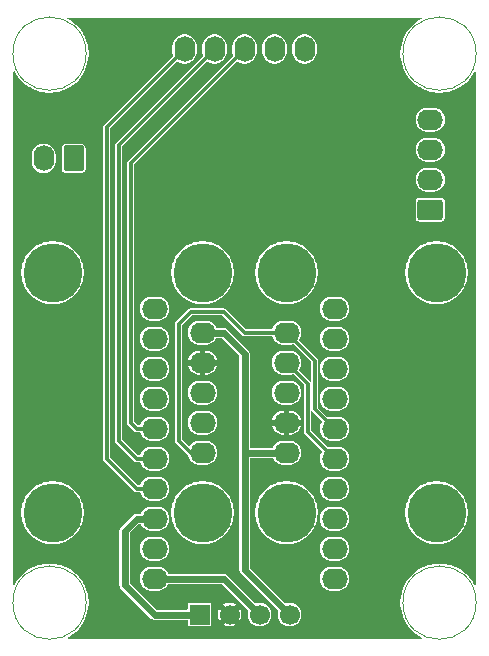
<source format=gbr>
%TF.GenerationSoftware,KiCad,Pcbnew,9.0.4*%
%TF.CreationDate,2025-10-10T16:09:38+02:00*%
%TF.ProjectId,ali-sensor,616c692d-7365-46e7-936f-722e6b696361,rev?*%
%TF.SameCoordinates,Original*%
%TF.FileFunction,Copper,L1,Top*%
%TF.FilePolarity,Positive*%
%FSLAX46Y46*%
G04 Gerber Fmt 4.6, Leading zero omitted, Abs format (unit mm)*
G04 Created by KiCad (PCBNEW 9.0.4) date 2025-10-10 16:09:38*
%MOMM*%
%LPD*%
G01*
G04 APERTURE LIST*
G04 Aperture macros list*
%AMRoundRect*
0 Rectangle with rounded corners*
0 $1 Rounding radius*
0 $2 $3 $4 $5 $6 $7 $8 $9 X,Y pos of 4 corners*
0 Add a 4 corners polygon primitive as box body*
4,1,4,$2,$3,$4,$5,$6,$7,$8,$9,$2,$3,0*
0 Add four circle primitives for the rounded corners*
1,1,$1+$1,$2,$3*
1,1,$1+$1,$4,$5*
1,1,$1+$1,$6,$7*
1,1,$1+$1,$8,$9*
0 Add four rect primitives between the rounded corners*
20,1,$1+$1,$2,$3,$4,$5,0*
20,1,$1+$1,$4,$5,$6,$7,0*
20,1,$1+$1,$6,$7,$8,$9,0*
20,1,$1+$1,$8,$9,$2,$3,0*%
G04 Aperture macros list end*
%TA.AperFunction,NonConductor*%
%ADD10C,0.120000*%
%TD*%
%TA.AperFunction,ComponentPad*%
%ADD11O,2.190000X1.740000*%
%TD*%
%TA.AperFunction,ComponentPad*%
%ADD12RoundRect,0.250000X0.620000X0.845000X-0.620000X0.845000X-0.620000X-0.845000X0.620000X-0.845000X0*%
%TD*%
%TA.AperFunction,ComponentPad*%
%ADD13O,1.740000X2.190000*%
%TD*%
%TA.AperFunction,ComponentPad*%
%ADD14C,5.000000*%
%TD*%
%TA.AperFunction,ComponentPad*%
%ADD15R,1.700000X1.700000*%
%TD*%
%TA.AperFunction,ComponentPad*%
%ADD16C,1.700000*%
%TD*%
%TA.AperFunction,ComponentPad*%
%ADD17RoundRect,0.250000X0.845000X-0.620000X0.845000X0.620000X-0.845000X0.620000X-0.845000X-0.620000X0*%
%TD*%
%TA.AperFunction,Conductor*%
%ADD18C,0.600000*%
%TD*%
%TA.AperFunction,Conductor*%
%ADD19C,0.300000*%
%TD*%
%TA.AperFunction,Conductor*%
%ADD20C,0.200000*%
%TD*%
G04 APERTURE END LIST*
D10*
X138990000Y-80010000D02*
G75*
G02*
X132790000Y-80010000I-3100000J0D01*
G01*
X132790000Y-80010000D02*
G75*
G02*
X138990000Y-80010000I3100000J0D01*
G01*
X172010000Y-80010000D02*
G75*
G02*
X165810000Y-80010000I-3100000J0D01*
G01*
X165810000Y-80010000D02*
G75*
G02*
X172010000Y-80010000I3100000J0D01*
G01*
X138990000Y-126492000D02*
G75*
G02*
X132790000Y-126492000I-3100000J0D01*
G01*
X132790000Y-126492000D02*
G75*
G02*
X138990000Y-126492000I3100000J0D01*
G01*
X172010000Y-126492000D02*
G75*
G02*
X165810000Y-126492000I-3100000J0D01*
G01*
X165810000Y-126492000D02*
G75*
G02*
X172010000Y-126492000I3100000J0D01*
G01*
D11*
%TO.P,U1,1,TX*%
%TO.N,unconnected-(U1-TX-Pad1)*%
X160020000Y-124460000D03*
%TO.P,U1,2,RX*%
%TO.N,unconnected-(U1-RX-Pad2)*%
X160020000Y-121920000D03*
%TO.P,U1,3,GPIO0*%
%TO.N,unconnected-(U1-GPIO0-Pad3)*%
X160020000Y-119380000D03*
%TO.P,U1,4,GPIO1*%
%TO.N,unconnected-(U1-GPIO1-Pad4)*%
X160020000Y-116840000D03*
%TO.P,U1,5,GPIO2*%
%TO.N,Net-(U1-GPIO2)*%
X160020000Y-114300000D03*
%TO.P,U1,6,GPIO3*%
%TO.N,Net-(U1-GPIO3)*%
X160020000Y-111760000D03*
%TO.P,U1,7,GPIO4*%
%TO.N,Net-(J2-Pin_1)*%
X160020000Y-109220000D03*
%TO.P,U1,8,GPIO5*%
%TO.N,Net-(J2-Pin_2)*%
X160020000Y-106680000D03*
%TO.P,U1,9,GPIO6*%
%TO.N,Net-(J2-Pin_3)*%
X160020000Y-104140000D03*
%TO.P,U1,10,GPIO7*%
%TO.N,Net-(J2-Pin_4)*%
X160020000Y-101600000D03*
%TO.P,U1,11,USB5V*%
%TO.N,+5V*%
X144780000Y-124460000D03*
%TO.P,U1,12,GND*%
%TO.N,GND*%
X144780000Y-121920000D03*
%TO.P,U1,13,3.3V*%
%TO.N,+3.3V*%
X144780000Y-119380000D03*
%TO.P,U1,14,GPIO20*%
%TO.N,Net-(U1-GPIO20)*%
X144780000Y-116840000D03*
%TO.P,U1,15,GPIO19*%
%TO.N,Net-(U1-GPIO19)*%
X144780000Y-114300000D03*
%TO.P,U1,16,GPIO18*%
%TO.N,Net-(U1-GPIO18)*%
X144780000Y-111760000D03*
%TO.P,U1,17,GPIO15*%
%TO.N,unconnected-(U1-GPIO15-Pad17)*%
X144780000Y-109220000D03*
%TO.P,U1,18,GPIO14*%
%TO.N,unconnected-(U1-GPIO14-Pad18)*%
X144780000Y-106680000D03*
%TO.P,U1,19,GPIO9*%
%TO.N,unconnected-(U1-GPIO9-Pad19)*%
X144780000Y-104140000D03*
%TO.P,U1,20,GPIO8*%
%TO.N,unconnected-(U1-GPIO8-Pad20)*%
X144780000Y-101600000D03*
%TD*%
D12*
%TO.P,J3,1,Pin_1*%
%TO.N,+5V*%
X137927000Y-88880000D03*
D13*
%TO.P,J3,2,Pin_2*%
%TO.N,GND*%
X135387000Y-88880000D03*
%TD*%
%TO.P,U2,1,TX*%
%TO.N,Net-(U1-GPIO20)*%
X147320000Y-79629000D03*
%TO.P,U2,2,RX*%
%TO.N,Net-(U1-GPIO19)*%
X149860000Y-79629000D03*
%TO.P,U2,3,OUT*%
%TO.N,Net-(U1-GPIO18)*%
X152400000Y-79629000D03*
%TO.P,U2,4,GND*%
%TO.N,GND*%
X154940000Y-79629000D03*
%TO.P,U2,5,VCC*%
%TO.N,+5V*%
X157480000Y-79629000D03*
%TD*%
D14*
%TO.P,U3,*%
%TO.N,*%
X148844000Y-98552000D03*
X136144000Y-98552000D03*
X148844000Y-118872000D03*
X136144000Y-118872000D03*
D11*
%TO.P,U3,1,VIN*%
%TO.N,/+5V-sensor*%
X148844000Y-103632000D03*
%TO.P,U3,2,3.3V*%
%TO.N,/+3.3V-sensor*%
X148844000Y-106172000D03*
%TO.P,U3,3,GND*%
%TO.N,GND*%
X148844000Y-108712000D03*
%TO.P,U3,4,SCL*%
%TO.N,Net-(U1-GPIO2)*%
X148844000Y-111252000D03*
%TO.P,U3,5,SDA*%
%TO.N,Net-(U1-GPIO3)*%
X148844000Y-113792000D03*
%TD*%
D15*
%TO.P,J1,1,Pin_1*%
%TO.N,+3.3V*%
X148590000Y-127508000D03*
D16*
%TO.P,J1,2,Pin_2*%
%TO.N,/+3.3V-sensor*%
X151130000Y-127508000D03*
%TO.P,J1,3,Pin_3*%
%TO.N,+5V*%
X153670000Y-127508000D03*
%TO.P,J1,4,Pin_4*%
%TO.N,/+5V-sensor*%
X156210000Y-127508000D03*
%TD*%
D17*
%TO.P,J2,1,Pin_1*%
%TO.N,Net-(J2-Pin_1)*%
X168128000Y-93218000D03*
D11*
%TO.P,J2,2,Pin_2*%
%TO.N,Net-(J2-Pin_2)*%
X168128000Y-90678000D03*
%TO.P,J2,3,Pin_3*%
%TO.N,Net-(J2-Pin_3)*%
X168128000Y-88138000D03*
%TO.P,J2,4,Pin_4*%
%TO.N,Net-(J2-Pin_4)*%
X168128000Y-85598000D03*
%TD*%
D14*
%TO.P,U4,*%
%TO.N,*%
X155956000Y-118872000D03*
X168656000Y-118872000D03*
X155956000Y-98552000D03*
X168656000Y-98552000D03*
D11*
%TO.P,U4,1,VIN*%
%TO.N,/+5V-sensor*%
X155956000Y-113792000D03*
%TO.P,U4,2,3.3V*%
%TO.N,/+3.3V-sensor*%
X155956000Y-111252000D03*
%TO.P,U4,3,GND*%
%TO.N,GND*%
X155956000Y-108712000D03*
%TO.P,U4,4,SCL*%
%TO.N,Net-(U1-GPIO2)*%
X155956000Y-106172000D03*
%TO.P,U4,5,SDA*%
%TO.N,Net-(U1-GPIO3)*%
X155956000Y-103632000D03*
%TD*%
D18*
%TO.N,+5V*%
X150622000Y-124460000D02*
X153670000Y-127508000D01*
X144780000Y-124460000D02*
X150622000Y-124460000D01*
%TO.N,+3.3V*%
X143256000Y-119380000D02*
X142240000Y-120396000D01*
X142240000Y-120396000D02*
X142240000Y-124968000D01*
X144780000Y-119380000D02*
X143256000Y-119380000D01*
X144780000Y-127508000D02*
X148590000Y-127508000D01*
X142240000Y-124968000D02*
X144780000Y-127508000D01*
%TO.N,/+5V-sensor*%
X155956000Y-113792000D02*
X152400000Y-113792000D01*
X152400000Y-123698000D02*
X152400000Y-113792000D01*
X152400000Y-105410000D02*
X150622000Y-103632000D01*
X156210000Y-127508000D02*
X152400000Y-123698000D01*
X152400000Y-113792000D02*
X152400000Y-105410000D01*
X150622000Y-103632000D02*
X148844000Y-103632000D01*
D19*
%TO.N,Net-(U1-GPIO20)*%
X143256000Y-116840000D02*
X143895768Y-116840000D01*
X143895768Y-116840000D02*
X144273768Y-116462000D01*
X140716000Y-86233000D02*
X140716000Y-114300000D01*
X140716000Y-114300000D02*
X143256000Y-116840000D01*
X147320000Y-79629000D02*
X140716000Y-86233000D01*
%TO.N,Net-(U1-GPIO18)*%
X142748000Y-89281000D02*
X142748000Y-111252000D01*
X152400000Y-79629000D02*
X142748000Y-89281000D01*
X143256000Y-111760000D02*
X144780000Y-111760000D01*
X142748000Y-111252000D02*
X143256000Y-111760000D01*
D20*
%TO.N,Net-(U1-GPIO19)*%
X149860000Y-79629000D02*
X149860000Y-80391000D01*
D19*
X144780000Y-114300000D02*
X143256000Y-114300000D01*
X143256000Y-114300000D02*
X141732000Y-112776000D01*
X141732000Y-112776000D02*
X141732000Y-87757000D01*
X141732000Y-87757000D02*
X149860000Y-79629000D01*
%TO.N,Net-(U1-GPIO3)*%
X158335000Y-106011000D02*
X155956000Y-103632000D01*
X150622000Y-101854000D02*
X152400000Y-103632000D01*
X146812000Y-112776000D02*
X146812000Y-102870000D01*
X146812000Y-102870000D02*
X147828000Y-101854000D01*
X152400000Y-103632000D02*
X155956000Y-103632000D01*
X158335000Y-110075000D02*
X158335000Y-106011000D01*
X147828000Y-101854000D02*
X150622000Y-101854000D01*
X147828000Y-113792000D02*
X146812000Y-112776000D01*
X160020000Y-111760000D02*
X158335000Y-110075000D01*
X148844000Y-113792000D02*
X147828000Y-113792000D01*
%TO.N,Net-(U1-GPIO2)*%
X160020000Y-114300000D02*
X157734000Y-112014000D01*
X157734000Y-107950000D02*
X155956000Y-106172000D01*
X157734000Y-112014000D02*
X157734000Y-107950000D01*
%TD*%
%TA.AperFunction,Conductor*%
%TO.N,/+3.3V-sensor*%
G36*
X167398373Y-76972806D02*
G01*
X167416679Y-77017000D01*
X167398373Y-77061194D01*
X167383641Y-77072120D01*
X167206016Y-77167061D01*
X166935553Y-77347779D01*
X166935550Y-77347781D01*
X166684128Y-77554118D01*
X166684121Y-77554124D01*
X166454124Y-77784121D01*
X166454118Y-77784128D01*
X166247781Y-78035550D01*
X166247779Y-78035553D01*
X166067061Y-78306016D01*
X165913734Y-78592873D01*
X165789264Y-78893369D01*
X165789261Y-78893377D01*
X165789260Y-78893381D01*
X165781000Y-78920611D01*
X165694839Y-79204642D01*
X165694835Y-79204658D01*
X165631380Y-79523670D01*
X165618152Y-79657986D01*
X165599500Y-79847366D01*
X165599500Y-79847984D01*
X165599500Y-80172634D01*
X165602955Y-80207709D01*
X165631380Y-80496329D01*
X165694835Y-80815341D01*
X165694839Y-80815357D01*
X165700884Y-80835283D01*
X165789260Y-81126619D01*
X165789262Y-81126624D01*
X165789264Y-81126630D01*
X165913734Y-81427126D01*
X166067061Y-81713983D01*
X166067064Y-81713988D01*
X166067065Y-81713989D01*
X166247775Y-81984441D01*
X166247778Y-81984445D01*
X166247779Y-81984446D01*
X166247781Y-81984449D01*
X166454118Y-82235871D01*
X166454124Y-82235878D01*
X166684121Y-82465875D01*
X166684128Y-82465881D01*
X166773172Y-82538958D01*
X166935559Y-82672225D01*
X167206011Y-82852935D01*
X167206013Y-82852936D01*
X167206016Y-82852938D01*
X167217481Y-82859066D01*
X167492872Y-83006265D01*
X167793369Y-83130735D01*
X167793368Y-83130735D01*
X167793371Y-83130736D01*
X167793381Y-83130740D01*
X168104644Y-83225161D01*
X168104653Y-83225162D01*
X168104658Y-83225164D01*
X168189786Y-83242096D01*
X168423663Y-83288618D01*
X168423668Y-83288618D01*
X168423671Y-83288619D01*
X168423669Y-83288619D01*
X168588559Y-83304858D01*
X168747366Y-83320500D01*
X168747370Y-83320500D01*
X169072630Y-83320500D01*
X169072634Y-83320500D01*
X169283057Y-83299775D01*
X169396329Y-83288619D01*
X169396331Y-83288618D01*
X169396337Y-83288618D01*
X169715356Y-83225161D01*
X170026619Y-83130740D01*
X170327128Y-83006265D01*
X170613989Y-82852935D01*
X170884441Y-82672225D01*
X171135877Y-82465877D01*
X171365877Y-82235877D01*
X171572225Y-81984441D01*
X171752935Y-81713989D01*
X171847880Y-81536357D01*
X171884857Y-81506011D01*
X171932462Y-81510700D01*
X171962809Y-81547677D01*
X171965500Y-81565820D01*
X171965500Y-124936179D01*
X171947194Y-124980373D01*
X171903000Y-124998679D01*
X171858806Y-124980373D01*
X171847880Y-124965641D01*
X171752938Y-124788016D01*
X171752935Y-124788011D01*
X171572225Y-124517559D01*
X171442500Y-124359489D01*
X171365881Y-124266128D01*
X171365875Y-124266121D01*
X171135878Y-124036124D01*
X171135871Y-124036118D01*
X170884449Y-123829781D01*
X170884446Y-123829779D01*
X170884445Y-123829778D01*
X170884441Y-123829775D01*
X170613989Y-123649065D01*
X170613988Y-123649064D01*
X170613983Y-123649061D01*
X170327126Y-123495734D01*
X170026630Y-123371264D01*
X170026631Y-123371264D01*
X170026622Y-123371261D01*
X170026619Y-123371260D01*
X169857739Y-123320030D01*
X169715357Y-123276839D01*
X169715341Y-123276835D01*
X169396328Y-123213380D01*
X169396330Y-123213380D01*
X169147446Y-123188868D01*
X169072634Y-123181500D01*
X168747366Y-123181500D01*
X168672553Y-123188868D01*
X168423670Y-123213380D01*
X168104658Y-123276835D01*
X168104642Y-123276839D01*
X167909252Y-123336110D01*
X167793381Y-123371260D01*
X167793377Y-123371261D01*
X167793369Y-123371264D01*
X167492873Y-123495734D01*
X167206016Y-123649061D01*
X166935553Y-123829779D01*
X166935550Y-123829781D01*
X166684128Y-124036118D01*
X166684121Y-124036124D01*
X166454124Y-124266121D01*
X166454118Y-124266128D01*
X166247781Y-124517550D01*
X166247779Y-124517553D01*
X166067061Y-124788016D01*
X165913734Y-125074873D01*
X165789264Y-125375369D01*
X165789261Y-125375377D01*
X165789260Y-125375381D01*
X165769269Y-125441282D01*
X165694839Y-125686642D01*
X165694835Y-125686658D01*
X165631380Y-126005670D01*
X165618152Y-126139986D01*
X165599500Y-126329366D01*
X165599500Y-126329984D01*
X165599500Y-126654634D01*
X165607008Y-126730860D01*
X165631380Y-126978329D01*
X165694835Y-127297341D01*
X165694839Y-127297356D01*
X165789260Y-127608619D01*
X165789262Y-127608624D01*
X165789264Y-127608630D01*
X165913734Y-127909126D01*
X166067061Y-128195983D01*
X166067064Y-128195988D01*
X166067065Y-128195989D01*
X166247775Y-128466441D01*
X166247778Y-128466445D01*
X166247779Y-128466446D01*
X166247781Y-128466449D01*
X166454118Y-128717871D01*
X166454124Y-128717878D01*
X166684121Y-128947875D01*
X166684128Y-128947881D01*
X166773172Y-129020958D01*
X166935559Y-129154225D01*
X167206011Y-129334935D01*
X167206013Y-129334936D01*
X167206016Y-129334938D01*
X167369610Y-129422380D01*
X167399957Y-129459357D01*
X167395268Y-129506962D01*
X167358291Y-129537309D01*
X167340148Y-129540000D01*
X137459852Y-129540000D01*
X137415658Y-129521694D01*
X137397352Y-129477500D01*
X137415658Y-129433306D01*
X137430390Y-129422380D01*
X137515377Y-129376954D01*
X137593989Y-129334935D01*
X137864441Y-129154225D01*
X138115877Y-128947877D01*
X138345877Y-128717877D01*
X138552225Y-128466441D01*
X138732935Y-128195989D01*
X138886265Y-127909128D01*
X139010740Y-127608619D01*
X139105161Y-127297356D01*
X139168618Y-126978337D01*
X139200500Y-126654634D01*
X139200500Y-126329366D01*
X139169191Y-126011477D01*
X139168619Y-126005670D01*
X139149988Y-125912007D01*
X139106924Y-125695508D01*
X139105164Y-125686658D01*
X139105162Y-125686653D01*
X139105161Y-125686644D01*
X139010740Y-125375381D01*
X138886265Y-125074872D01*
X138751583Y-124822899D01*
X138732938Y-124788016D01*
X138732935Y-124788011D01*
X138552225Y-124517559D01*
X138422500Y-124359489D01*
X138345881Y-124266128D01*
X138345875Y-124266121D01*
X138115878Y-124036124D01*
X138115871Y-124036118D01*
X137864449Y-123829781D01*
X137864446Y-123829779D01*
X137864445Y-123829778D01*
X137864441Y-123829775D01*
X137593989Y-123649065D01*
X137593988Y-123649064D01*
X137593983Y-123649061D01*
X137307126Y-123495734D01*
X137006630Y-123371264D01*
X137006631Y-123371264D01*
X137006622Y-123371261D01*
X137006619Y-123371260D01*
X136837739Y-123320030D01*
X136695357Y-123276839D01*
X136695341Y-123276835D01*
X136376328Y-123213380D01*
X136376330Y-123213380D01*
X136127446Y-123188868D01*
X136052634Y-123181500D01*
X135727366Y-123181500D01*
X135652553Y-123188868D01*
X135403670Y-123213380D01*
X135084658Y-123276835D01*
X135084642Y-123276839D01*
X134889252Y-123336110D01*
X134773381Y-123371260D01*
X134773377Y-123371261D01*
X134773369Y-123371264D01*
X134472873Y-123495734D01*
X134186016Y-123649061D01*
X133915553Y-123829779D01*
X133915550Y-123829781D01*
X133664128Y-124036118D01*
X133664121Y-124036124D01*
X133434124Y-124266121D01*
X133434118Y-124266128D01*
X133227781Y-124517550D01*
X133227779Y-124517553D01*
X133047061Y-124788016D01*
X132952120Y-124965641D01*
X132915143Y-124995988D01*
X132867538Y-124991299D01*
X132837191Y-124954322D01*
X132834500Y-124936179D01*
X132834500Y-118723151D01*
X133493500Y-118723151D01*
X133493500Y-119020849D01*
X133507173Y-119142202D01*
X133526830Y-119316663D01*
X133526833Y-119316680D01*
X133593074Y-119606902D01*
X133593075Y-119606908D01*
X133691394Y-119887890D01*
X133691398Y-119887898D01*
X133691399Y-119887901D01*
X133760086Y-120030531D01*
X133820565Y-120156117D01*
X133978946Y-120408179D01*
X133978958Y-120408196D01*
X134164551Y-120640921D01*
X134164556Y-120640927D01*
X134164562Y-120640934D01*
X134375066Y-120851438D01*
X134375073Y-120851444D01*
X134375078Y-120851448D01*
X134607803Y-121037041D01*
X134607809Y-121037045D01*
X134607815Y-121037050D01*
X134859883Y-121195435D01*
X135128099Y-121324601D01*
X135128105Y-121324603D01*
X135128109Y-121324605D01*
X135409091Y-121422924D01*
X135699325Y-121489168D01*
X135995151Y-121522500D01*
X135995154Y-121522500D01*
X136292846Y-121522500D01*
X136292849Y-121522500D01*
X136588675Y-121489168D01*
X136878909Y-121422924D01*
X137159901Y-121324601D01*
X137428117Y-121195435D01*
X137680185Y-121037050D01*
X137912934Y-120851438D01*
X138123438Y-120640934D01*
X138309050Y-120408185D01*
X138352069Y-120339720D01*
X141812500Y-120339720D01*
X141812500Y-125024279D01*
X141812501Y-125024287D01*
X141841632Y-125133008D01*
X141841633Y-125133011D01*
X141897914Y-125230490D01*
X141897919Y-125230496D01*
X144517502Y-127850080D01*
X144517506Y-127850083D01*
X144517508Y-127850085D01*
X144591290Y-127892683D01*
X144614991Y-127906367D01*
X144614994Y-127906368D01*
X144625295Y-127909128D01*
X144723719Y-127935500D01*
X147527000Y-127935500D01*
X147571194Y-127953806D01*
X147589500Y-127998000D01*
X147589500Y-128372819D01*
X147589499Y-128372819D01*
X147598233Y-128416722D01*
X147598233Y-128416723D01*
X147598691Y-128417408D01*
X147631496Y-128466504D01*
X147681278Y-128499767D01*
X147725180Y-128508500D01*
X147725181Y-128508500D01*
X149454819Y-128508500D01*
X149454820Y-128508500D01*
X149498722Y-128499767D01*
X149548504Y-128466504D01*
X149581767Y-128416722D01*
X149590500Y-128372820D01*
X149590500Y-127409508D01*
X150130000Y-127409508D01*
X150130000Y-127606491D01*
X150168429Y-127799689D01*
X150168431Y-127799697D01*
X150243811Y-127981678D01*
X150243812Y-127981680D01*
X150267425Y-128017020D01*
X150647037Y-127637408D01*
X150664075Y-127700993D01*
X150729901Y-127815007D01*
X150822993Y-127908099D01*
X150937007Y-127973925D01*
X151000590Y-127990962D01*
X150620979Y-128370572D01*
X150656317Y-128394186D01*
X150656327Y-128394191D01*
X150838302Y-128469568D01*
X150838310Y-128469570D01*
X151031508Y-128507999D01*
X151031509Y-128508000D01*
X151228491Y-128508000D01*
X151228491Y-128507999D01*
X151421689Y-128469570D01*
X151421697Y-128469568D01*
X151603672Y-128394191D01*
X151603682Y-128394186D01*
X151639020Y-128370573D01*
X151259409Y-127990962D01*
X151322993Y-127973925D01*
X151437007Y-127908099D01*
X151530099Y-127815007D01*
X151595925Y-127700993D01*
X151612962Y-127637409D01*
X151992573Y-128017020D01*
X152016186Y-127981682D01*
X152016191Y-127981672D01*
X152091568Y-127799697D01*
X152091570Y-127799689D01*
X152129999Y-127606491D01*
X152130000Y-127606491D01*
X152130000Y-127409509D01*
X152129999Y-127409508D01*
X152091570Y-127216310D01*
X152091568Y-127216302D01*
X152016191Y-127034327D01*
X152016186Y-127034317D01*
X151992572Y-126998979D01*
X151612962Y-127378589D01*
X151595925Y-127315007D01*
X151530099Y-127200993D01*
X151437007Y-127107901D01*
X151322993Y-127042075D01*
X151259407Y-127025037D01*
X151639020Y-126645425D01*
X151603680Y-126621812D01*
X151603678Y-126621811D01*
X151421697Y-126546431D01*
X151421689Y-126546429D01*
X151228491Y-126508000D01*
X151031509Y-126508000D01*
X150838310Y-126546429D01*
X150838302Y-126546431D01*
X150656328Y-126621807D01*
X150656320Y-126621811D01*
X150620979Y-126645426D01*
X151000590Y-127025037D01*
X150937007Y-127042075D01*
X150822993Y-127107901D01*
X150729901Y-127200993D01*
X150664075Y-127315007D01*
X150647037Y-127378590D01*
X150267426Y-126998979D01*
X150243811Y-127034320D01*
X150243807Y-127034328D01*
X150168431Y-127216302D01*
X150168429Y-127216310D01*
X150130000Y-127409508D01*
X149590500Y-127409508D01*
X149590500Y-126643180D01*
X149581767Y-126599278D01*
X149548504Y-126549496D01*
X149498722Y-126516233D01*
X149454820Y-126507500D01*
X147725180Y-126507500D01*
X147703229Y-126511866D01*
X147681277Y-126516233D01*
X147681276Y-126516233D01*
X147631496Y-126549496D01*
X147598233Y-126599276D01*
X147598233Y-126599277D01*
X147589500Y-126643180D01*
X147589500Y-127018000D01*
X147571194Y-127062194D01*
X147527000Y-127080500D01*
X144982965Y-127080500D01*
X144938771Y-127062194D01*
X142685806Y-124809229D01*
X142667500Y-124765035D01*
X142667500Y-124359488D01*
X143534500Y-124359488D01*
X143534500Y-124560511D01*
X143573717Y-124757672D01*
X143650644Y-124943388D01*
X143650645Y-124943390D01*
X143762325Y-125110530D01*
X143762326Y-125110531D01*
X143904469Y-125252674D01*
X144071612Y-125364356D01*
X144132441Y-125389552D01*
X144257327Y-125441282D01*
X144257330Y-125441282D01*
X144257331Y-125441283D01*
X144454489Y-125480500D01*
X145105511Y-125480500D01*
X145302669Y-125441283D01*
X145302670Y-125441282D01*
X145302672Y-125441282D01*
X145338934Y-125426261D01*
X145488388Y-125364356D01*
X145655531Y-125252674D01*
X145797674Y-125110531D01*
X145909356Y-124943388D01*
X145916524Y-124926083D01*
X145950349Y-124892258D01*
X145974267Y-124887500D01*
X150419036Y-124887500D01*
X150463230Y-124905806D01*
X152697644Y-127140220D01*
X152715950Y-127184414D01*
X152711195Y-127208327D01*
X152707948Y-127216165D01*
X152669500Y-127409458D01*
X152669500Y-127606541D01*
X152707948Y-127799833D01*
X152707949Y-127799835D01*
X152783368Y-127981914D01*
X152892861Y-128145782D01*
X153032218Y-128285139D01*
X153196086Y-128394632D01*
X153378165Y-128470051D01*
X153571459Y-128508500D01*
X153768541Y-128508500D01*
X153961835Y-128470051D01*
X154143914Y-128394632D01*
X154307782Y-128285139D01*
X154447139Y-128145782D01*
X154556632Y-127981914D01*
X154632051Y-127799835D01*
X154670500Y-127606541D01*
X154670500Y-127409459D01*
X154632051Y-127216165D01*
X154556632Y-127034086D01*
X154447139Y-126870218D01*
X154307782Y-126730861D01*
X154143914Y-126621368D01*
X154003083Y-126563034D01*
X153961833Y-126545948D01*
X153768541Y-126507500D01*
X153571459Y-126507500D01*
X153378165Y-126545948D01*
X153370327Y-126549195D01*
X153322491Y-126549190D01*
X153302220Y-126535644D01*
X150884496Y-124117919D01*
X150884490Y-124117914D01*
X150787011Y-124061633D01*
X150787008Y-124061632D01*
X150678287Y-124032501D01*
X150678282Y-124032500D01*
X150678281Y-124032500D01*
X150678280Y-124032500D01*
X145974267Y-124032500D01*
X145930073Y-124014194D01*
X145916524Y-123993917D01*
X145909356Y-123976613D01*
X145909355Y-123976610D01*
X145797674Y-123809469D01*
X145655530Y-123667325D01*
X145488390Y-123555645D01*
X145488388Y-123555644D01*
X145302672Y-123478717D01*
X145105511Y-123439500D01*
X144454489Y-123439500D01*
X144257327Y-123478717D01*
X144071611Y-123555644D01*
X144071609Y-123555645D01*
X143904469Y-123667325D01*
X143762325Y-123809469D01*
X143650645Y-123976609D01*
X143650644Y-123976611D01*
X143573717Y-124162327D01*
X143534500Y-124359488D01*
X142667500Y-124359488D01*
X142667500Y-121819488D01*
X143534500Y-121819488D01*
X143534500Y-122020511D01*
X143573717Y-122217672D01*
X143650644Y-122403388D01*
X143762326Y-122570531D01*
X143904469Y-122712674D01*
X144071612Y-122824356D01*
X144159159Y-122860619D01*
X144257327Y-122901282D01*
X144257330Y-122901282D01*
X144257331Y-122901283D01*
X144454489Y-122940500D01*
X145105511Y-122940500D01*
X145302669Y-122901283D01*
X145302670Y-122901282D01*
X145302672Y-122901282D01*
X145338934Y-122886261D01*
X145488388Y-122824356D01*
X145655531Y-122712674D01*
X145797674Y-122570531D01*
X145909356Y-122403388D01*
X145986283Y-122217669D01*
X146025500Y-122020511D01*
X146025500Y-121819489D01*
X145986283Y-121622331D01*
X145986282Y-121622330D01*
X145986282Y-121622327D01*
X145944932Y-121522500D01*
X145909356Y-121436612D01*
X145797674Y-121269469D01*
X145655531Y-121127326D01*
X145520429Y-121037053D01*
X145488390Y-121015645D01*
X145488388Y-121015644D01*
X145302672Y-120938717D01*
X145105511Y-120899500D01*
X144454489Y-120899500D01*
X144257327Y-120938717D01*
X144071611Y-121015644D01*
X144071609Y-121015645D01*
X143904469Y-121127325D01*
X143762325Y-121269469D01*
X143650645Y-121436609D01*
X143650644Y-121436611D01*
X143573717Y-121622327D01*
X143534500Y-121819488D01*
X142667500Y-121819488D01*
X142667500Y-120598964D01*
X142685806Y-120554770D01*
X143414770Y-119825806D01*
X143458964Y-119807500D01*
X143585733Y-119807500D01*
X143629927Y-119825806D01*
X143643476Y-119846083D01*
X143650643Y-119863386D01*
X143650644Y-119863389D01*
X143667023Y-119887901D01*
X143762326Y-120030531D01*
X143904469Y-120172674D01*
X144071612Y-120284356D01*
X144159159Y-120320619D01*
X144257327Y-120361282D01*
X144257330Y-120361282D01*
X144257331Y-120361283D01*
X144454489Y-120400500D01*
X145105511Y-120400500D01*
X145302669Y-120361283D01*
X145302670Y-120361282D01*
X145302672Y-120361282D01*
X145354746Y-120339712D01*
X145488388Y-120284356D01*
X145655531Y-120172674D01*
X145797674Y-120030531D01*
X145909356Y-119863388D01*
X145986283Y-119677669D01*
X146025500Y-119480511D01*
X146025500Y-119279489D01*
X145986283Y-119082331D01*
X145986282Y-119082330D01*
X145986282Y-119082327D01*
X145932505Y-118952500D01*
X145909356Y-118896612D01*
X145797674Y-118729469D01*
X145791356Y-118723151D01*
X146193500Y-118723151D01*
X146193500Y-119020849D01*
X146207173Y-119142202D01*
X146226830Y-119316663D01*
X146226833Y-119316680D01*
X146293074Y-119606902D01*
X146293075Y-119606908D01*
X146391394Y-119887890D01*
X146391398Y-119887898D01*
X146391399Y-119887901D01*
X146460086Y-120030531D01*
X146520565Y-120156117D01*
X146678946Y-120408179D01*
X146678958Y-120408196D01*
X146864551Y-120640921D01*
X146864556Y-120640927D01*
X146864562Y-120640934D01*
X147075066Y-120851438D01*
X147075073Y-120851444D01*
X147075078Y-120851448D01*
X147307803Y-121037041D01*
X147307809Y-121037045D01*
X147307815Y-121037050D01*
X147559883Y-121195435D01*
X147828099Y-121324601D01*
X147828105Y-121324603D01*
X147828109Y-121324605D01*
X148109091Y-121422924D01*
X148399325Y-121489168D01*
X148695151Y-121522500D01*
X148695154Y-121522500D01*
X148992846Y-121522500D01*
X148992849Y-121522500D01*
X149288675Y-121489168D01*
X149578909Y-121422924D01*
X149859901Y-121324601D01*
X150128117Y-121195435D01*
X150380185Y-121037050D01*
X150612934Y-120851438D01*
X150823438Y-120640934D01*
X151009050Y-120408185D01*
X151167435Y-120156117D01*
X151296601Y-119887901D01*
X151305179Y-119863388D01*
X151394924Y-119606908D01*
X151461168Y-119316675D01*
X151494500Y-119020849D01*
X151494500Y-118723151D01*
X151461168Y-118427325D01*
X151394924Y-118137091D01*
X151298141Y-117860499D01*
X151296605Y-117856109D01*
X151296603Y-117856105D01*
X151296601Y-117856099D01*
X151167435Y-117587883D01*
X151009050Y-117335815D01*
X151009045Y-117335809D01*
X151009041Y-117335803D01*
X150823448Y-117103078D01*
X150823444Y-117103073D01*
X150823438Y-117103066D01*
X150612934Y-116892562D01*
X150612927Y-116892556D01*
X150612921Y-116892551D01*
X150380196Y-116706958D01*
X150380179Y-116706946D01*
X150128117Y-116548565D01*
X150076937Y-116523918D01*
X149859901Y-116419399D01*
X149859898Y-116419398D01*
X149859890Y-116419394D01*
X149578908Y-116321075D01*
X149578902Y-116321074D01*
X149288680Y-116254833D01*
X149288677Y-116254832D01*
X149288675Y-116254832D01*
X149288673Y-116254831D01*
X149288663Y-116254830D01*
X149094265Y-116232927D01*
X148992849Y-116221500D01*
X148695151Y-116221500D01*
X148604135Y-116231755D01*
X148399336Y-116254830D01*
X148399319Y-116254833D01*
X148109097Y-116321074D01*
X148109091Y-116321075D01*
X147828109Y-116419394D01*
X147559882Y-116548565D01*
X147307820Y-116706946D01*
X147307803Y-116706958D01*
X147075078Y-116892551D01*
X147075058Y-116892569D01*
X146864569Y-117103058D01*
X146864551Y-117103078D01*
X146678958Y-117335803D01*
X146678946Y-117335820D01*
X146520565Y-117587882D01*
X146391394Y-117856109D01*
X146293075Y-118137091D01*
X146293074Y-118137097D01*
X146226833Y-118427319D01*
X146226830Y-118427336D01*
X146208804Y-118587325D01*
X146193500Y-118723151D01*
X145791356Y-118723151D01*
X145655531Y-118587326D01*
X145655530Y-118587325D01*
X145488390Y-118475645D01*
X145488388Y-118475644D01*
X145302672Y-118398717D01*
X145105511Y-118359500D01*
X144454489Y-118359500D01*
X144257327Y-118398717D01*
X144071611Y-118475644D01*
X144071609Y-118475645D01*
X143904469Y-118587325D01*
X143762325Y-118729469D01*
X143650644Y-118896610D01*
X143650643Y-118896613D01*
X143643476Y-118913917D01*
X143609651Y-118947742D01*
X143585733Y-118952500D01*
X143312281Y-118952500D01*
X143199719Y-118952500D01*
X143199718Y-118952500D01*
X143199712Y-118952501D01*
X143090991Y-118981632D01*
X143090988Y-118981633D01*
X142993509Y-119037914D01*
X142993503Y-119037919D01*
X141977509Y-120053915D01*
X141897919Y-120133504D01*
X141897914Y-120133509D01*
X141841633Y-120230988D01*
X141841632Y-120230991D01*
X141812501Y-120339712D01*
X141812500Y-120339720D01*
X138352069Y-120339720D01*
X138467435Y-120156117D01*
X138596601Y-119887901D01*
X138605179Y-119863388D01*
X138694924Y-119606908D01*
X138761168Y-119316675D01*
X138794500Y-119020849D01*
X138794500Y-118723151D01*
X138761168Y-118427325D01*
X138694924Y-118137091D01*
X138598141Y-117860499D01*
X138596605Y-117856109D01*
X138596603Y-117856105D01*
X138596601Y-117856099D01*
X138467435Y-117587883D01*
X138309050Y-117335815D01*
X138309045Y-117335809D01*
X138309041Y-117335803D01*
X138123448Y-117103078D01*
X138123444Y-117103073D01*
X138123438Y-117103066D01*
X137912934Y-116892562D01*
X137912927Y-116892556D01*
X137912921Y-116892551D01*
X137680196Y-116706958D01*
X137680179Y-116706946D01*
X137428117Y-116548565D01*
X137376937Y-116523918D01*
X137159901Y-116419399D01*
X137159898Y-116419398D01*
X137159890Y-116419394D01*
X136878908Y-116321075D01*
X136878902Y-116321074D01*
X136588680Y-116254833D01*
X136588677Y-116254832D01*
X136588675Y-116254832D01*
X136588673Y-116254831D01*
X136588663Y-116254830D01*
X136394265Y-116232927D01*
X136292849Y-116221500D01*
X135995151Y-116221500D01*
X135904135Y-116231755D01*
X135699336Y-116254830D01*
X135699319Y-116254833D01*
X135409097Y-116321074D01*
X135409091Y-116321075D01*
X135128109Y-116419394D01*
X134859882Y-116548565D01*
X134607820Y-116706946D01*
X134607803Y-116706958D01*
X134375078Y-116892551D01*
X134375058Y-116892569D01*
X134164569Y-117103058D01*
X134164551Y-117103078D01*
X133978958Y-117335803D01*
X133978946Y-117335820D01*
X133820565Y-117587882D01*
X133691394Y-117856109D01*
X133593075Y-118137091D01*
X133593074Y-118137097D01*
X133526833Y-118427319D01*
X133526830Y-118427336D01*
X133508804Y-118587325D01*
X133493500Y-118723151D01*
X132834500Y-118723151D01*
X132834500Y-98403154D01*
X133493500Y-98403154D01*
X133493500Y-98700845D01*
X133526830Y-98996663D01*
X133526833Y-98996680D01*
X133593074Y-99286902D01*
X133593075Y-99286908D01*
X133691394Y-99567890D01*
X133820565Y-99836117D01*
X133978946Y-100088179D01*
X133978958Y-100088196D01*
X134164551Y-100320921D01*
X134164556Y-100320927D01*
X134164562Y-100320934D01*
X134375066Y-100531438D01*
X134375073Y-100531444D01*
X134375078Y-100531448D01*
X134607803Y-100717041D01*
X134607809Y-100717045D01*
X134607815Y-100717050D01*
X134859883Y-100875435D01*
X135128099Y-101004601D01*
X135128105Y-101004603D01*
X135128109Y-101004605D01*
X135409091Y-101102924D01*
X135699325Y-101169168D01*
X135995151Y-101202500D01*
X135995154Y-101202500D01*
X136292846Y-101202500D01*
X136292849Y-101202500D01*
X136588675Y-101169168D01*
X136878909Y-101102924D01*
X137159901Y-101004601D01*
X137428117Y-100875435D01*
X137680185Y-100717050D01*
X137912934Y-100531438D01*
X138123438Y-100320934D01*
X138309050Y-100088185D01*
X138467435Y-99836117D01*
X138596601Y-99567901D01*
X138694924Y-99286909D01*
X138761168Y-98996675D01*
X138794500Y-98700849D01*
X138794500Y-98403151D01*
X138761168Y-98107325D01*
X138694924Y-97817091D01*
X138596605Y-97536109D01*
X138596603Y-97536105D01*
X138596601Y-97536099D01*
X138467435Y-97267883D01*
X138309050Y-97015815D01*
X138309045Y-97015809D01*
X138309041Y-97015803D01*
X138123448Y-96783078D01*
X138123444Y-96783073D01*
X138123438Y-96783066D01*
X137912934Y-96572562D01*
X137912927Y-96572556D01*
X137912921Y-96572551D01*
X137680196Y-96386958D01*
X137680179Y-96386946D01*
X137428117Y-96228565D01*
X137159901Y-96099399D01*
X137159898Y-96099398D01*
X137159890Y-96099394D01*
X136878908Y-96001075D01*
X136878902Y-96001074D01*
X136588680Y-95934833D01*
X136588677Y-95934832D01*
X136588675Y-95934832D01*
X136588673Y-95934831D01*
X136588663Y-95934830D01*
X136394265Y-95912927D01*
X136292849Y-95901500D01*
X135995151Y-95901500D01*
X135904135Y-95911755D01*
X135699336Y-95934830D01*
X135699319Y-95934833D01*
X135409097Y-96001074D01*
X135409091Y-96001075D01*
X135128109Y-96099394D01*
X134859882Y-96228565D01*
X134607820Y-96386946D01*
X134607803Y-96386958D01*
X134375078Y-96572551D01*
X134375058Y-96572569D01*
X134164569Y-96783058D01*
X134164551Y-96783078D01*
X133978958Y-97015803D01*
X133978946Y-97015820D01*
X133820565Y-97267882D01*
X133691394Y-97536109D01*
X133593075Y-97817091D01*
X133593074Y-97817097D01*
X133526833Y-98107319D01*
X133526830Y-98107336D01*
X133493500Y-98403154D01*
X132834500Y-98403154D01*
X132834500Y-88554488D01*
X134366500Y-88554488D01*
X134366500Y-89205511D01*
X134405717Y-89402672D01*
X134482644Y-89588388D01*
X134482645Y-89588390D01*
X134594325Y-89755530D01*
X134594326Y-89755531D01*
X134736469Y-89897674D01*
X134903612Y-90009356D01*
X134991159Y-90045619D01*
X135089327Y-90086282D01*
X135089330Y-90086282D01*
X135089331Y-90086283D01*
X135286489Y-90125500D01*
X135487511Y-90125500D01*
X135684669Y-90086283D01*
X135684670Y-90086282D01*
X135684672Y-90086282D01*
X135720934Y-90071261D01*
X135870388Y-90009356D01*
X136037531Y-89897674D01*
X136179674Y-89755531D01*
X136291356Y-89588388D01*
X136368283Y-89402669D01*
X136407500Y-89205511D01*
X136407500Y-88554489D01*
X136368283Y-88357331D01*
X136368282Y-88357330D01*
X136368282Y-88357327D01*
X136319066Y-88238511D01*
X136291356Y-88171612D01*
X136179674Y-88004469D01*
X136178688Y-88003483D01*
X136906500Y-88003483D01*
X136906500Y-89756514D01*
X136906501Y-89756518D01*
X136921354Y-89850304D01*
X136921354Y-89850305D01*
X136945490Y-89897674D01*
X136978950Y-89963342D01*
X137068658Y-90053050D01*
X137181696Y-90110646D01*
X137181699Y-90110646D01*
X137181701Y-90110647D01*
X137275467Y-90125498D01*
X137275469Y-90125498D01*
X137275481Y-90125500D01*
X138578518Y-90125499D01*
X138672304Y-90110646D01*
X138785342Y-90053050D01*
X138875050Y-89963342D01*
X138932646Y-89850304D01*
X138947500Y-89756519D01*
X138947499Y-88003482D01*
X138932646Y-87909696D01*
X138875050Y-87796658D01*
X138785342Y-87706950D01*
X138720119Y-87673717D01*
X138672305Y-87649354D01*
X138672298Y-87649352D01*
X138578532Y-87634501D01*
X138578520Y-87634500D01*
X138578519Y-87634500D01*
X138578516Y-87634500D01*
X137275485Y-87634500D01*
X137275481Y-87634501D01*
X137181695Y-87649354D01*
X137181694Y-87649354D01*
X137068657Y-87706950D01*
X136978950Y-87796657D01*
X136921354Y-87909694D01*
X136921352Y-87909701D01*
X136906501Y-88003467D01*
X136906500Y-88003483D01*
X136178688Y-88003483D01*
X136037531Y-87862326D01*
X136024529Y-87853638D01*
X135870390Y-87750645D01*
X135870388Y-87750644D01*
X135684672Y-87673717D01*
X135487511Y-87634500D01*
X135286489Y-87634500D01*
X135089327Y-87673717D01*
X134903611Y-87750644D01*
X134903609Y-87750645D01*
X134736469Y-87862325D01*
X134594325Y-88004469D01*
X134482645Y-88171609D01*
X134482644Y-88171611D01*
X134405717Y-88357327D01*
X134366500Y-88554488D01*
X132834500Y-88554488D01*
X132834500Y-86196460D01*
X140438499Y-86196460D01*
X140438499Y-86196465D01*
X140438499Y-86196466D01*
X140438499Y-86269534D01*
X140438499Y-86269536D01*
X140438500Y-86274572D01*
X140438500Y-114259624D01*
X140438499Y-114259642D01*
X140438499Y-114336539D01*
X140457410Y-114407109D01*
X140457411Y-114407111D01*
X140493943Y-114470388D01*
X143031756Y-117008200D01*
X143031761Y-117008206D01*
X143033944Y-117010389D01*
X143085611Y-117062056D01*
X143148889Y-117098589D01*
X143219466Y-117117500D01*
X143292534Y-117117500D01*
X143523602Y-117117500D01*
X143567796Y-117135806D01*
X143581344Y-117156082D01*
X143650644Y-117323388D01*
X143650645Y-117323390D01*
X143658951Y-117335820D01*
X143762326Y-117490531D01*
X143904469Y-117632674D01*
X144071612Y-117744356D01*
X144159159Y-117780619D01*
X144257327Y-117821282D01*
X144257330Y-117821282D01*
X144257331Y-117821283D01*
X144454489Y-117860500D01*
X145105511Y-117860500D01*
X145302669Y-117821283D01*
X145302670Y-117821282D01*
X145302672Y-117821282D01*
X145338934Y-117806261D01*
X145488388Y-117744356D01*
X145655531Y-117632674D01*
X145797674Y-117490531D01*
X145909356Y-117323388D01*
X145986283Y-117137669D01*
X146025500Y-116940511D01*
X146025500Y-116739489D01*
X145986283Y-116542331D01*
X145986282Y-116542330D01*
X145986282Y-116542327D01*
X145935361Y-116419394D01*
X145909356Y-116356612D01*
X145797674Y-116189469D01*
X145655531Y-116047326D01*
X145655530Y-116047325D01*
X145488390Y-115935645D01*
X145488388Y-115935644D01*
X145302672Y-115858717D01*
X145105511Y-115819500D01*
X144454489Y-115819500D01*
X144257327Y-115858717D01*
X144071611Y-115935644D01*
X144071609Y-115935645D01*
X143904469Y-116047325D01*
X143762325Y-116189469D01*
X143650645Y-116356609D01*
X143650644Y-116356611D01*
X143581344Y-116523918D01*
X143572553Y-116532708D01*
X143567796Y-116544194D01*
X143556310Y-116548951D01*
X143547520Y-116557742D01*
X143523602Y-116562500D01*
X143396832Y-116562500D01*
X143352638Y-116544194D01*
X141011806Y-114203361D01*
X140993500Y-114159167D01*
X140993500Y-87720460D01*
X141454499Y-87720460D01*
X141454499Y-87720465D01*
X141454499Y-87720466D01*
X141454499Y-87793534D01*
X141454499Y-87793536D01*
X141454500Y-87798572D01*
X141454500Y-112735624D01*
X141454499Y-112735642D01*
X141454499Y-112812539D01*
X141473410Y-112883109D01*
X141473411Y-112883111D01*
X141509943Y-112946388D01*
X143031756Y-114468200D01*
X143031761Y-114468206D01*
X143033943Y-114470388D01*
X143033944Y-114470389D01*
X143085611Y-114522056D01*
X143148889Y-114558589D01*
X143219466Y-114577500D01*
X143292534Y-114577500D01*
X143523602Y-114577500D01*
X143567796Y-114595806D01*
X143581343Y-114616081D01*
X143650644Y-114783388D01*
X143762326Y-114950531D01*
X143904469Y-115092674D01*
X144071612Y-115204356D01*
X144159159Y-115240619D01*
X144257327Y-115281282D01*
X144257330Y-115281282D01*
X144257331Y-115281283D01*
X144454489Y-115320500D01*
X145105511Y-115320500D01*
X145302669Y-115281283D01*
X145302670Y-115281282D01*
X145302672Y-115281282D01*
X145338934Y-115266261D01*
X145488388Y-115204356D01*
X145655531Y-115092674D01*
X145797674Y-114950531D01*
X145909356Y-114783388D01*
X145986283Y-114597669D01*
X146025500Y-114400511D01*
X146025500Y-114199489D01*
X145986283Y-114002331D01*
X145986282Y-114002330D01*
X145986282Y-114002327D01*
X145909358Y-113816618D01*
X145909356Y-113816612D01*
X145797674Y-113649469D01*
X145655531Y-113507326D01*
X145636077Y-113494327D01*
X145488390Y-113395645D01*
X145488388Y-113395644D01*
X145302672Y-113318717D01*
X145105511Y-113279500D01*
X144454489Y-113279500D01*
X144257327Y-113318717D01*
X144071611Y-113395644D01*
X144071609Y-113395645D01*
X143904469Y-113507325D01*
X143762325Y-113649469D01*
X143650645Y-113816609D01*
X143650644Y-113816611D01*
X143581344Y-113983918D01*
X143572553Y-113992708D01*
X143567796Y-114004194D01*
X143556310Y-114008951D01*
X143547520Y-114017742D01*
X143523602Y-114022500D01*
X143396832Y-114022500D01*
X143352638Y-114004194D01*
X142027806Y-112679361D01*
X142009500Y-112635167D01*
X142009500Y-89244460D01*
X142470499Y-89244460D01*
X142470499Y-89244465D01*
X142470499Y-89244466D01*
X142470499Y-89317534D01*
X142470499Y-89317536D01*
X142470500Y-89322572D01*
X142470500Y-111211624D01*
X142470499Y-111211642D01*
X142470499Y-111288539D01*
X142489410Y-111359109D01*
X142489411Y-111359111D01*
X142525943Y-111422388D01*
X143031756Y-111928200D01*
X143031761Y-111928206D01*
X143033944Y-111930389D01*
X143085611Y-111982056D01*
X143148889Y-112018589D01*
X143219466Y-112037500D01*
X143292534Y-112037500D01*
X143523602Y-112037500D01*
X143567796Y-112055806D01*
X143581343Y-112076081D01*
X143650644Y-112243388D01*
X143762326Y-112410531D01*
X143904469Y-112552674D01*
X144071612Y-112664356D01*
X144159159Y-112700619D01*
X144257327Y-112741282D01*
X144257330Y-112741282D01*
X144257331Y-112741283D01*
X144454489Y-112780500D01*
X145105511Y-112780500D01*
X145302669Y-112741283D01*
X145302670Y-112741282D01*
X145302672Y-112741282D01*
X145338934Y-112726261D01*
X145488388Y-112664356D01*
X145655531Y-112552674D01*
X145797674Y-112410531D01*
X145909356Y-112243388D01*
X145986283Y-112057669D01*
X146025500Y-111860511D01*
X146025500Y-111659489D01*
X145986283Y-111462331D01*
X145986282Y-111462330D01*
X145986282Y-111462327D01*
X145909358Y-111276618D01*
X145909356Y-111276612D01*
X145797674Y-111109469D01*
X145655531Y-110967326D01*
X145636303Y-110954478D01*
X145488390Y-110855645D01*
X145488388Y-110855644D01*
X145302672Y-110778717D01*
X145105511Y-110739500D01*
X144454489Y-110739500D01*
X144257327Y-110778717D01*
X144071611Y-110855644D01*
X144071609Y-110855645D01*
X143904469Y-110967325D01*
X143762325Y-111109469D01*
X143650645Y-111276609D01*
X143650644Y-111276611D01*
X143581344Y-111443918D01*
X143572553Y-111452708D01*
X143567796Y-111464194D01*
X143556310Y-111468951D01*
X143547520Y-111477742D01*
X143523602Y-111482500D01*
X143396832Y-111482500D01*
X143352638Y-111464194D01*
X143043806Y-111155361D01*
X143025500Y-111111167D01*
X143025500Y-109119488D01*
X143534500Y-109119488D01*
X143534500Y-109320511D01*
X143573717Y-109517672D01*
X143614594Y-109616356D01*
X143650644Y-109703388D01*
X143762326Y-109870531D01*
X143904469Y-110012674D01*
X144071612Y-110124356D01*
X144159159Y-110160619D01*
X144257327Y-110201282D01*
X144257330Y-110201282D01*
X144257331Y-110201283D01*
X144454489Y-110240500D01*
X145105511Y-110240500D01*
X145302669Y-110201283D01*
X145302670Y-110201282D01*
X145302672Y-110201282D01*
X145338934Y-110186261D01*
X145488388Y-110124356D01*
X145655531Y-110012674D01*
X145797674Y-109870531D01*
X145909356Y-109703388D01*
X145986283Y-109517669D01*
X146025500Y-109320511D01*
X146025500Y-109119489D01*
X145986283Y-108922331D01*
X145986282Y-108922330D01*
X145986282Y-108922327D01*
X145940794Y-108812511D01*
X145909356Y-108736612D01*
X145797674Y-108569469D01*
X145655531Y-108427326D01*
X145636077Y-108414327D01*
X145488390Y-108315645D01*
X145488388Y-108315644D01*
X145302672Y-108238717D01*
X145105511Y-108199500D01*
X144454489Y-108199500D01*
X144257327Y-108238717D01*
X144071611Y-108315644D01*
X144071609Y-108315645D01*
X143904469Y-108427325D01*
X143762325Y-108569469D01*
X143650645Y-108736609D01*
X143650644Y-108736611D01*
X143573717Y-108922327D01*
X143534500Y-109119488D01*
X143025500Y-109119488D01*
X143025500Y-106579488D01*
X143534500Y-106579488D01*
X143534500Y-106780511D01*
X143573717Y-106977672D01*
X143645050Y-107149883D01*
X143650644Y-107163388D01*
X143762326Y-107330531D01*
X143904469Y-107472674D01*
X144071612Y-107584356D01*
X144159159Y-107620619D01*
X144257327Y-107661282D01*
X144257330Y-107661282D01*
X144257331Y-107661283D01*
X144454489Y-107700500D01*
X145105511Y-107700500D01*
X145302669Y-107661283D01*
X145302670Y-107661282D01*
X145302672Y-107661282D01*
X145338934Y-107646261D01*
X145488388Y-107584356D01*
X145655531Y-107472674D01*
X145797674Y-107330531D01*
X145909356Y-107163388D01*
X145986283Y-106977669D01*
X146025500Y-106780511D01*
X146025500Y-106579489D01*
X145986283Y-106382331D01*
X145986282Y-106382330D01*
X145986282Y-106382327D01*
X145931608Y-106250333D01*
X145909356Y-106196612D01*
X145797674Y-106029469D01*
X145655531Y-105887326D01*
X145636303Y-105874478D01*
X145488390Y-105775645D01*
X145488388Y-105775644D01*
X145302672Y-105698717D01*
X145105511Y-105659500D01*
X144454489Y-105659500D01*
X144257327Y-105698717D01*
X144071611Y-105775644D01*
X144071609Y-105775645D01*
X143904469Y-105887325D01*
X143762325Y-106029469D01*
X143650645Y-106196609D01*
X143650644Y-106196611D01*
X143573717Y-106382327D01*
X143534500Y-106579488D01*
X143025500Y-106579488D01*
X143025500Y-104039488D01*
X143534500Y-104039488D01*
X143534500Y-104240511D01*
X143573717Y-104437672D01*
X143645050Y-104609883D01*
X143650644Y-104623388D01*
X143762326Y-104790531D01*
X143904469Y-104932674D01*
X144071612Y-105044356D01*
X144128489Y-105067915D01*
X144257327Y-105121282D01*
X144257330Y-105121282D01*
X144257331Y-105121283D01*
X144454489Y-105160500D01*
X145105511Y-105160500D01*
X145302669Y-105121283D01*
X145302670Y-105121282D01*
X145302672Y-105121282D01*
X145338934Y-105106261D01*
X145488388Y-105044356D01*
X145655531Y-104932674D01*
X145797674Y-104790531D01*
X145909356Y-104623388D01*
X145986283Y-104437669D01*
X146025500Y-104240511D01*
X146025500Y-104039489D01*
X145986283Y-103842331D01*
X145986282Y-103842330D01*
X145986282Y-103842327D01*
X145940794Y-103732511D01*
X145909356Y-103656612D01*
X145797674Y-103489469D01*
X145655531Y-103347326D01*
X145569610Y-103289915D01*
X145488390Y-103235645D01*
X145488388Y-103235644D01*
X145302672Y-103158717D01*
X145105511Y-103119500D01*
X144454489Y-103119500D01*
X144257327Y-103158717D01*
X144071611Y-103235644D01*
X144071609Y-103235645D01*
X143904469Y-103347325D01*
X143762325Y-103489469D01*
X143650645Y-103656609D01*
X143650644Y-103656611D01*
X143573717Y-103842327D01*
X143534500Y-104039488D01*
X143025500Y-104039488D01*
X143025500Y-102833460D01*
X146534499Y-102833460D01*
X146534499Y-102833465D01*
X146534499Y-102833466D01*
X146534499Y-102906534D01*
X146534499Y-102906536D01*
X146534500Y-102911572D01*
X146534500Y-112735624D01*
X146534499Y-112735642D01*
X146534499Y-112812539D01*
X146553410Y-112883109D01*
X146553411Y-112883111D01*
X146589943Y-112946388D01*
X147600595Y-113957040D01*
X147617700Y-113989040D01*
X147637716Y-114089668D01*
X147714644Y-114275388D01*
X147714645Y-114275390D01*
X147802659Y-114407111D01*
X147826326Y-114442531D01*
X147968469Y-114584674D01*
X148135612Y-114696356D01*
X148223159Y-114732619D01*
X148321327Y-114773282D01*
X148321330Y-114773282D01*
X148321331Y-114773283D01*
X148518489Y-114812500D01*
X149169511Y-114812500D01*
X149366669Y-114773283D01*
X149366670Y-114773282D01*
X149366672Y-114773282D01*
X149402934Y-114758261D01*
X149552388Y-114696356D01*
X149719531Y-114584674D01*
X149861674Y-114442531D01*
X149973356Y-114275388D01*
X150050283Y-114089669D01*
X150089500Y-113892511D01*
X150089500Y-113691489D01*
X150050283Y-113494331D01*
X150050282Y-113494330D01*
X150050282Y-113494327D01*
X149996505Y-113364500D01*
X149973356Y-113308612D01*
X149861674Y-113141469D01*
X149719531Y-112999326D01*
X149640306Y-112946389D01*
X149552390Y-112887645D01*
X149552388Y-112887644D01*
X149366672Y-112810717D01*
X149169511Y-112771500D01*
X148518489Y-112771500D01*
X148321327Y-112810717D01*
X148135611Y-112887644D01*
X148135609Y-112887645D01*
X147968469Y-112999325D01*
X147826327Y-113141467D01*
X147826323Y-113141472D01*
X147765930Y-113231855D01*
X147726156Y-113258430D01*
X147679240Y-113249097D01*
X147669770Y-113241325D01*
X147107806Y-112679361D01*
X147089500Y-112635167D01*
X147089500Y-111151488D01*
X147598500Y-111151488D01*
X147598500Y-111352511D01*
X147637717Y-111549672D01*
X147714644Y-111735388D01*
X147714645Y-111735390D01*
X147789221Y-111847000D01*
X147826326Y-111902531D01*
X147968469Y-112044674D01*
X148135612Y-112156356D01*
X148203288Y-112184388D01*
X148321327Y-112233282D01*
X148321330Y-112233282D01*
X148321331Y-112233283D01*
X148518489Y-112272500D01*
X149169511Y-112272500D01*
X149366669Y-112233283D01*
X149366670Y-112233282D01*
X149366672Y-112233282D01*
X149402934Y-112218261D01*
X149552388Y-112156356D01*
X149719531Y-112044674D01*
X149861674Y-111902531D01*
X149973356Y-111735388D01*
X150050283Y-111549669D01*
X150089500Y-111352511D01*
X150089500Y-111151489D01*
X150050283Y-110954331D01*
X150050282Y-110954330D01*
X150050282Y-110954327D01*
X149985569Y-110798097D01*
X149973356Y-110768612D01*
X149861674Y-110601469D01*
X149719531Y-110459326D01*
X149553054Y-110348089D01*
X149552390Y-110347645D01*
X149552388Y-110347644D01*
X149366672Y-110270717D01*
X149169511Y-110231500D01*
X148518489Y-110231500D01*
X148321327Y-110270717D01*
X148135611Y-110347644D01*
X148135609Y-110347645D01*
X147968469Y-110459325D01*
X147826325Y-110601469D01*
X147714645Y-110768609D01*
X147714644Y-110768611D01*
X147637717Y-110954327D01*
X147598500Y-111151488D01*
X147089500Y-111151488D01*
X147089500Y-108611488D01*
X147598500Y-108611488D01*
X147598500Y-108812511D01*
X147637717Y-109009672D01*
X147714644Y-109195388D01*
X147826326Y-109362531D01*
X147968469Y-109504674D01*
X148135612Y-109616356D01*
X148223159Y-109652619D01*
X148321327Y-109693282D01*
X148321330Y-109693282D01*
X148321331Y-109693283D01*
X148518489Y-109732500D01*
X149169511Y-109732500D01*
X149366669Y-109693283D01*
X149366670Y-109693282D01*
X149366672Y-109693282D01*
X149402934Y-109678261D01*
X149552388Y-109616356D01*
X149719531Y-109504674D01*
X149861674Y-109362531D01*
X149973356Y-109195388D01*
X150050283Y-109009669D01*
X150089500Y-108812511D01*
X150089500Y-108611489D01*
X150050283Y-108414331D01*
X150050282Y-108414330D01*
X150050282Y-108414327D01*
X150009406Y-108315644D01*
X149973356Y-108228612D01*
X149861674Y-108061469D01*
X149719531Y-107919326D01*
X149605136Y-107842889D01*
X149552390Y-107807645D01*
X149552388Y-107807644D01*
X149366672Y-107730717D01*
X149169511Y-107691500D01*
X148518489Y-107691500D01*
X148321327Y-107730717D01*
X148135611Y-107807644D01*
X148135609Y-107807645D01*
X147968469Y-107919325D01*
X147826325Y-108061469D01*
X147714645Y-108228609D01*
X147714644Y-108228611D01*
X147637717Y-108414327D01*
X147598500Y-108611488D01*
X147089500Y-108611488D01*
X147089500Y-105921999D01*
X147628745Y-105921999D01*
X147628745Y-105922000D01*
X148301291Y-105922000D01*
X148289548Y-105942339D01*
X148249000Y-106093667D01*
X148249000Y-106250333D01*
X148289548Y-106401661D01*
X148301291Y-106422000D01*
X147628745Y-106422000D01*
X147638197Y-106469521D01*
X147638197Y-106469522D01*
X147715086Y-106655148D01*
X147715089Y-106655152D01*
X147826714Y-106822211D01*
X147968788Y-106964285D01*
X148135847Y-107075910D01*
X148135851Y-107075913D01*
X148321478Y-107152802D01*
X148518538Y-107191999D01*
X148518539Y-107192000D01*
X148594000Y-107192000D01*
X148594000Y-106714709D01*
X148614339Y-106726452D01*
X148765667Y-106767000D01*
X148922333Y-106767000D01*
X149073661Y-106726452D01*
X149094000Y-106714709D01*
X149094000Y-107192000D01*
X149169461Y-107192000D01*
X149169461Y-107191999D01*
X149366521Y-107152802D01*
X149366522Y-107152802D01*
X149552148Y-107075913D01*
X149552152Y-107075910D01*
X149719211Y-106964285D01*
X149861285Y-106822211D01*
X149972910Y-106655152D01*
X149972913Y-106655148D01*
X150049802Y-106469522D01*
X150049802Y-106469521D01*
X150059255Y-106422000D01*
X149386709Y-106422000D01*
X149398452Y-106401661D01*
X149439000Y-106250333D01*
X149439000Y-106093667D01*
X149398452Y-105942339D01*
X149386709Y-105922000D01*
X150059255Y-105922000D01*
X150059254Y-105921999D01*
X150049802Y-105874478D01*
X150049802Y-105874477D01*
X149972913Y-105688851D01*
X149972910Y-105688847D01*
X149861285Y-105521788D01*
X149719211Y-105379714D01*
X149552152Y-105268089D01*
X149552148Y-105268086D01*
X149366521Y-105191197D01*
X149169461Y-105152000D01*
X149094000Y-105152000D01*
X149094000Y-105629290D01*
X149073661Y-105617548D01*
X148922333Y-105577000D01*
X148765667Y-105577000D01*
X148614339Y-105617548D01*
X148594000Y-105629290D01*
X148594000Y-105152000D01*
X148518539Y-105152000D01*
X148321478Y-105191197D01*
X148321477Y-105191197D01*
X148135851Y-105268086D01*
X148135847Y-105268089D01*
X147968788Y-105379714D01*
X147826714Y-105521788D01*
X147715089Y-105688847D01*
X147715086Y-105688851D01*
X147638197Y-105874477D01*
X147638197Y-105874478D01*
X147628745Y-105921999D01*
X147089500Y-105921999D01*
X147089500Y-103531488D01*
X147598500Y-103531488D01*
X147598500Y-103732511D01*
X147637717Y-103929672D01*
X147714644Y-104115388D01*
X147714645Y-104115390D01*
X147816191Y-104267363D01*
X147826326Y-104282531D01*
X147968469Y-104424674D01*
X148135612Y-104536356D01*
X148223159Y-104572619D01*
X148321327Y-104613282D01*
X148321330Y-104613282D01*
X148321331Y-104613283D01*
X148518489Y-104652500D01*
X149169511Y-104652500D01*
X149366669Y-104613283D01*
X149366670Y-104613282D01*
X149366672Y-104613282D01*
X149413459Y-104593902D01*
X149552388Y-104536356D01*
X149719531Y-104424674D01*
X149861674Y-104282531D01*
X149973356Y-104115388D01*
X149980524Y-104098083D01*
X150014349Y-104064258D01*
X150038267Y-104059500D01*
X150419036Y-104059500D01*
X150463230Y-104077806D01*
X151954194Y-105568770D01*
X151972500Y-105612964D01*
X151972500Y-123754279D01*
X151972501Y-123754287D01*
X152001632Y-123863008D01*
X152001633Y-123863011D01*
X152057914Y-123960490D01*
X152057919Y-123960496D01*
X155237644Y-127140220D01*
X155255950Y-127184414D01*
X155251195Y-127208327D01*
X155247948Y-127216165D01*
X155209500Y-127409458D01*
X155209500Y-127606541D01*
X155247948Y-127799833D01*
X155247949Y-127799835D01*
X155323368Y-127981914D01*
X155432861Y-128145782D01*
X155572218Y-128285139D01*
X155736086Y-128394632D01*
X155918165Y-128470051D01*
X156111459Y-128508500D01*
X156308541Y-128508500D01*
X156501835Y-128470051D01*
X156683914Y-128394632D01*
X156847782Y-128285139D01*
X156987139Y-128145782D01*
X157096632Y-127981914D01*
X157172051Y-127799835D01*
X157210500Y-127606541D01*
X157210500Y-127409459D01*
X157172051Y-127216165D01*
X157096632Y-127034086D01*
X156987139Y-126870218D01*
X156847782Y-126730861D01*
X156683914Y-126621368D01*
X156543083Y-126563034D01*
X156501833Y-126545948D01*
X156308541Y-126507500D01*
X156111459Y-126507500D01*
X155918165Y-126545948D01*
X155910327Y-126549195D01*
X155862491Y-126549190D01*
X155842220Y-126535644D01*
X153666064Y-124359488D01*
X158774500Y-124359488D01*
X158774500Y-124560511D01*
X158813717Y-124757672D01*
X158890644Y-124943388D01*
X158890645Y-124943390D01*
X159002325Y-125110530D01*
X159002326Y-125110531D01*
X159144469Y-125252674D01*
X159311612Y-125364356D01*
X159372441Y-125389552D01*
X159497327Y-125441282D01*
X159497330Y-125441282D01*
X159497331Y-125441283D01*
X159694489Y-125480500D01*
X160345511Y-125480500D01*
X160542669Y-125441283D01*
X160542670Y-125441282D01*
X160542672Y-125441282D01*
X160578934Y-125426261D01*
X160728388Y-125364356D01*
X160895531Y-125252674D01*
X161037674Y-125110531D01*
X161149356Y-124943388D01*
X161226283Y-124757669D01*
X161265500Y-124560511D01*
X161265500Y-124359489D01*
X161226283Y-124162331D01*
X161226282Y-124162330D01*
X161226282Y-124162327D01*
X161184572Y-124061632D01*
X161149356Y-123976612D01*
X161037674Y-123809469D01*
X160895531Y-123667326D01*
X160859613Y-123643326D01*
X160728390Y-123555645D01*
X160728388Y-123555644D01*
X160542672Y-123478717D01*
X160345511Y-123439500D01*
X159694489Y-123439500D01*
X159497327Y-123478717D01*
X159311611Y-123555644D01*
X159311609Y-123555645D01*
X159144469Y-123667325D01*
X159002325Y-123809469D01*
X158890645Y-123976609D01*
X158890644Y-123976611D01*
X158813717Y-124162327D01*
X158774500Y-124359488D01*
X153666064Y-124359488D01*
X152845806Y-123539230D01*
X152827500Y-123495036D01*
X152827500Y-121819488D01*
X158774500Y-121819488D01*
X158774500Y-122020511D01*
X158813717Y-122217672D01*
X158890644Y-122403388D01*
X159002326Y-122570531D01*
X159144469Y-122712674D01*
X159311612Y-122824356D01*
X159399159Y-122860619D01*
X159497327Y-122901282D01*
X159497330Y-122901282D01*
X159497331Y-122901283D01*
X159694489Y-122940500D01*
X160345511Y-122940500D01*
X160542669Y-122901283D01*
X160542670Y-122901282D01*
X160542672Y-122901282D01*
X160578934Y-122886261D01*
X160728388Y-122824356D01*
X160895531Y-122712674D01*
X161037674Y-122570531D01*
X161149356Y-122403388D01*
X161226283Y-122217669D01*
X161265500Y-122020511D01*
X161265500Y-121819489D01*
X161226283Y-121622331D01*
X161226282Y-121622330D01*
X161226282Y-121622327D01*
X161184932Y-121522500D01*
X161149356Y-121436612D01*
X161037674Y-121269469D01*
X160895531Y-121127326D01*
X160760429Y-121037053D01*
X160728390Y-121015645D01*
X160728388Y-121015644D01*
X160542672Y-120938717D01*
X160345511Y-120899500D01*
X159694489Y-120899500D01*
X159497327Y-120938717D01*
X159311611Y-121015644D01*
X159311609Y-121015645D01*
X159144469Y-121127325D01*
X159002325Y-121269469D01*
X158890645Y-121436609D01*
X158890644Y-121436611D01*
X158813717Y-121622327D01*
X158774500Y-121819488D01*
X152827500Y-121819488D01*
X152827500Y-118723151D01*
X153305500Y-118723151D01*
X153305500Y-119020849D01*
X153319173Y-119142202D01*
X153338830Y-119316663D01*
X153338833Y-119316680D01*
X153405074Y-119606902D01*
X153405075Y-119606908D01*
X153503394Y-119887890D01*
X153503398Y-119887898D01*
X153503399Y-119887901D01*
X153572086Y-120030531D01*
X153632565Y-120156117D01*
X153790946Y-120408179D01*
X153790958Y-120408196D01*
X153976551Y-120640921D01*
X153976556Y-120640927D01*
X153976562Y-120640934D01*
X154187066Y-120851438D01*
X154187073Y-120851444D01*
X154187078Y-120851448D01*
X154419803Y-121037041D01*
X154419809Y-121037045D01*
X154419815Y-121037050D01*
X154671883Y-121195435D01*
X154940099Y-121324601D01*
X154940105Y-121324603D01*
X154940109Y-121324605D01*
X155221091Y-121422924D01*
X155511325Y-121489168D01*
X155807151Y-121522500D01*
X155807154Y-121522500D01*
X156104846Y-121522500D01*
X156104849Y-121522500D01*
X156400675Y-121489168D01*
X156690909Y-121422924D01*
X156971901Y-121324601D01*
X157240117Y-121195435D01*
X157492185Y-121037050D01*
X157724934Y-120851438D01*
X157935438Y-120640934D01*
X158121050Y-120408185D01*
X158279435Y-120156117D01*
X158408601Y-119887901D01*
X158417179Y-119863388D01*
X158506924Y-119606908D01*
X158573168Y-119316675D01*
X158577358Y-119279488D01*
X158774500Y-119279488D01*
X158774500Y-119480511D01*
X158813717Y-119677672D01*
X158890644Y-119863388D01*
X158890645Y-119863390D01*
X158907023Y-119887901D01*
X159002326Y-120030531D01*
X159144469Y-120172674D01*
X159311612Y-120284356D01*
X159399159Y-120320619D01*
X159497327Y-120361282D01*
X159497330Y-120361282D01*
X159497331Y-120361283D01*
X159694489Y-120400500D01*
X160345511Y-120400500D01*
X160542669Y-120361283D01*
X160542670Y-120361282D01*
X160542672Y-120361282D01*
X160594746Y-120339712D01*
X160728388Y-120284356D01*
X160895531Y-120172674D01*
X161037674Y-120030531D01*
X161149356Y-119863388D01*
X161226283Y-119677669D01*
X161265500Y-119480511D01*
X161265500Y-119279489D01*
X161226283Y-119082331D01*
X161226282Y-119082330D01*
X161226282Y-119082327D01*
X161172505Y-118952500D01*
X161149356Y-118896612D01*
X161037674Y-118729469D01*
X161031356Y-118723151D01*
X166005500Y-118723151D01*
X166005500Y-119020849D01*
X166019173Y-119142202D01*
X166038830Y-119316663D01*
X166038833Y-119316680D01*
X166105074Y-119606902D01*
X166105075Y-119606908D01*
X166203394Y-119887890D01*
X166203398Y-119887898D01*
X166203399Y-119887901D01*
X166272086Y-120030531D01*
X166332565Y-120156117D01*
X166490946Y-120408179D01*
X166490958Y-120408196D01*
X166676551Y-120640921D01*
X166676556Y-120640927D01*
X166676562Y-120640934D01*
X166887066Y-120851438D01*
X166887073Y-120851444D01*
X166887078Y-120851448D01*
X167119803Y-121037041D01*
X167119809Y-121037045D01*
X167119815Y-121037050D01*
X167371883Y-121195435D01*
X167640099Y-121324601D01*
X167640105Y-121324603D01*
X167640109Y-121324605D01*
X167921091Y-121422924D01*
X168211325Y-121489168D01*
X168507151Y-121522500D01*
X168507154Y-121522500D01*
X168804846Y-121522500D01*
X168804849Y-121522500D01*
X169100675Y-121489168D01*
X169390909Y-121422924D01*
X169671901Y-121324601D01*
X169940117Y-121195435D01*
X170192185Y-121037050D01*
X170424934Y-120851438D01*
X170635438Y-120640934D01*
X170821050Y-120408185D01*
X170979435Y-120156117D01*
X171108601Y-119887901D01*
X171117179Y-119863388D01*
X171206924Y-119606908D01*
X171273168Y-119316675D01*
X171306500Y-119020849D01*
X171306500Y-118723151D01*
X171273168Y-118427325D01*
X171206924Y-118137091D01*
X171110141Y-117860499D01*
X171108605Y-117856109D01*
X171108603Y-117856105D01*
X171108601Y-117856099D01*
X170979435Y-117587883D01*
X170821050Y-117335815D01*
X170821045Y-117335809D01*
X170821041Y-117335803D01*
X170635448Y-117103078D01*
X170635444Y-117103073D01*
X170635438Y-117103066D01*
X170424934Y-116892562D01*
X170424927Y-116892556D01*
X170424921Y-116892551D01*
X170192196Y-116706958D01*
X170192179Y-116706946D01*
X169940117Y-116548565D01*
X169888937Y-116523918D01*
X169671901Y-116419399D01*
X169671898Y-116419398D01*
X169671890Y-116419394D01*
X169390908Y-116321075D01*
X169390902Y-116321074D01*
X169100680Y-116254833D01*
X169100677Y-116254832D01*
X169100675Y-116254832D01*
X169100673Y-116254831D01*
X169100663Y-116254830D01*
X168906265Y-116232927D01*
X168804849Y-116221500D01*
X168507151Y-116221500D01*
X168416135Y-116231755D01*
X168211336Y-116254830D01*
X168211319Y-116254833D01*
X167921097Y-116321074D01*
X167921091Y-116321075D01*
X167640109Y-116419394D01*
X167371882Y-116548565D01*
X167119820Y-116706946D01*
X167119803Y-116706958D01*
X166887078Y-116892551D01*
X166887058Y-116892569D01*
X166676569Y-117103058D01*
X166676551Y-117103078D01*
X166490958Y-117335803D01*
X166490946Y-117335820D01*
X166332565Y-117587882D01*
X166203394Y-117856109D01*
X166105075Y-118137091D01*
X166105074Y-118137097D01*
X166038833Y-118427319D01*
X166038830Y-118427336D01*
X166020804Y-118587325D01*
X166005500Y-118723151D01*
X161031356Y-118723151D01*
X160895531Y-118587326D01*
X160895530Y-118587325D01*
X160728390Y-118475645D01*
X160728388Y-118475644D01*
X160542672Y-118398717D01*
X160345511Y-118359500D01*
X159694489Y-118359500D01*
X159497327Y-118398717D01*
X159311611Y-118475644D01*
X159311609Y-118475645D01*
X159144469Y-118587325D01*
X159002325Y-118729469D01*
X158890645Y-118896609D01*
X158890644Y-118896611D01*
X158813717Y-119082327D01*
X158774500Y-119279488D01*
X158577358Y-119279488D01*
X158606500Y-119020849D01*
X158606500Y-118723151D01*
X158573168Y-118427325D01*
X158506924Y-118137091D01*
X158410141Y-117860499D01*
X158408605Y-117856109D01*
X158408603Y-117856105D01*
X158408601Y-117856099D01*
X158279435Y-117587883D01*
X158121050Y-117335815D01*
X158121045Y-117335809D01*
X158121041Y-117335803D01*
X157935448Y-117103078D01*
X157935444Y-117103073D01*
X157935438Y-117103066D01*
X157724934Y-116892562D01*
X157724927Y-116892556D01*
X157724921Y-116892551D01*
X157590412Y-116785283D01*
X157532987Y-116739488D01*
X158774500Y-116739488D01*
X158774500Y-116940511D01*
X158813717Y-117137672D01*
X158890644Y-117323388D01*
X158890645Y-117323390D01*
X158898951Y-117335820D01*
X159002326Y-117490531D01*
X159144469Y-117632674D01*
X159311612Y-117744356D01*
X159399159Y-117780619D01*
X159497327Y-117821282D01*
X159497330Y-117821282D01*
X159497331Y-117821283D01*
X159694489Y-117860500D01*
X160345511Y-117860500D01*
X160542669Y-117821283D01*
X160542670Y-117821282D01*
X160542672Y-117821282D01*
X160578934Y-117806261D01*
X160728388Y-117744356D01*
X160895531Y-117632674D01*
X161037674Y-117490531D01*
X161149356Y-117323388D01*
X161226283Y-117137669D01*
X161265500Y-116940511D01*
X161265500Y-116739489D01*
X161226283Y-116542331D01*
X161226282Y-116542330D01*
X161226282Y-116542327D01*
X161175361Y-116419394D01*
X161149356Y-116356612D01*
X161037674Y-116189469D01*
X160895531Y-116047326D01*
X160895530Y-116047325D01*
X160728390Y-115935645D01*
X160728388Y-115935644D01*
X160542672Y-115858717D01*
X160345511Y-115819500D01*
X159694489Y-115819500D01*
X159497327Y-115858717D01*
X159311611Y-115935644D01*
X159311609Y-115935645D01*
X159144469Y-116047325D01*
X159002325Y-116189469D01*
X158890645Y-116356609D01*
X158890644Y-116356611D01*
X158813717Y-116542327D01*
X158774500Y-116739488D01*
X157532987Y-116739488D01*
X157492196Y-116706958D01*
X157492179Y-116706946D01*
X157240117Y-116548565D01*
X157188937Y-116523918D01*
X156971901Y-116419399D01*
X156971898Y-116419398D01*
X156971890Y-116419394D01*
X156690908Y-116321075D01*
X156690902Y-116321074D01*
X156400680Y-116254833D01*
X156400677Y-116254832D01*
X156400675Y-116254832D01*
X156400673Y-116254831D01*
X156400663Y-116254830D01*
X156206265Y-116232927D01*
X156104849Y-116221500D01*
X155807151Y-116221500D01*
X155716135Y-116231755D01*
X155511336Y-116254830D01*
X155511319Y-116254833D01*
X155221097Y-116321074D01*
X155221091Y-116321075D01*
X154940109Y-116419394D01*
X154671882Y-116548565D01*
X154419820Y-116706946D01*
X154419803Y-116706958D01*
X154187078Y-116892551D01*
X154187058Y-116892569D01*
X153976569Y-117103058D01*
X153976551Y-117103078D01*
X153790958Y-117335803D01*
X153790946Y-117335820D01*
X153632565Y-117587882D01*
X153503394Y-117856109D01*
X153405075Y-118137091D01*
X153405074Y-118137097D01*
X153338833Y-118427319D01*
X153338830Y-118427336D01*
X153320804Y-118587325D01*
X153305500Y-118723151D01*
X152827500Y-118723151D01*
X152827500Y-114282000D01*
X152845806Y-114237806D01*
X152890000Y-114219500D01*
X154761733Y-114219500D01*
X154805927Y-114237806D01*
X154819476Y-114258083D01*
X154826643Y-114275386D01*
X154826644Y-114275389D01*
X154914659Y-114407111D01*
X154938326Y-114442531D01*
X155080469Y-114584674D01*
X155247612Y-114696356D01*
X155335159Y-114732619D01*
X155433327Y-114773282D01*
X155433330Y-114773282D01*
X155433331Y-114773283D01*
X155630489Y-114812500D01*
X156281511Y-114812500D01*
X156478669Y-114773283D01*
X156478670Y-114773282D01*
X156478672Y-114773282D01*
X156514934Y-114758261D01*
X156664388Y-114696356D01*
X156831531Y-114584674D01*
X156973674Y-114442531D01*
X157085356Y-114275388D01*
X157162283Y-114089669D01*
X157201500Y-113892511D01*
X157201500Y-113691489D01*
X157162283Y-113494331D01*
X157162282Y-113494330D01*
X157162282Y-113494327D01*
X157108505Y-113364500D01*
X157085356Y-113308612D01*
X156973674Y-113141469D01*
X156831531Y-112999326D01*
X156752306Y-112946389D01*
X156664390Y-112887645D01*
X156664388Y-112887644D01*
X156478672Y-112810717D01*
X156281511Y-112771500D01*
X155630489Y-112771500D01*
X155433327Y-112810717D01*
X155247611Y-112887644D01*
X155247609Y-112887645D01*
X155080469Y-112999325D01*
X154938325Y-113141469D01*
X154826644Y-113308610D01*
X154826643Y-113308613D01*
X154819476Y-113325917D01*
X154785651Y-113359742D01*
X154761733Y-113364500D01*
X152890000Y-113364500D01*
X152845806Y-113346194D01*
X152827500Y-113302000D01*
X152827500Y-111001999D01*
X154740745Y-111001999D01*
X154740745Y-111002000D01*
X155413291Y-111002000D01*
X155401548Y-111022339D01*
X155361000Y-111173667D01*
X155361000Y-111330333D01*
X155401548Y-111481661D01*
X155413291Y-111502000D01*
X154740745Y-111502000D01*
X154750197Y-111549521D01*
X154750197Y-111549522D01*
X154827086Y-111735148D01*
X154827089Y-111735152D01*
X154938714Y-111902211D01*
X155080788Y-112044285D01*
X155247847Y-112155910D01*
X155247851Y-112155913D01*
X155433478Y-112232802D01*
X155630538Y-112271999D01*
X155630539Y-112272000D01*
X155706000Y-112272000D01*
X155706000Y-111794709D01*
X155726339Y-111806452D01*
X155877667Y-111847000D01*
X156034333Y-111847000D01*
X156185661Y-111806452D01*
X156206000Y-111794709D01*
X156206000Y-112272000D01*
X156281461Y-112272000D01*
X156281461Y-112271999D01*
X156478521Y-112232802D01*
X156478522Y-112232802D01*
X156664148Y-112155913D01*
X156664152Y-112155910D01*
X156831211Y-112044285D01*
X156973285Y-111902211D01*
X157084910Y-111735152D01*
X157084913Y-111735148D01*
X157161802Y-111549522D01*
X157161802Y-111549521D01*
X157171255Y-111502000D01*
X156498709Y-111502000D01*
X156510452Y-111481661D01*
X156551000Y-111330333D01*
X156551000Y-111173667D01*
X156510452Y-111022339D01*
X156498709Y-111002000D01*
X157171255Y-111002000D01*
X157171254Y-111001999D01*
X157161802Y-110954478D01*
X157161802Y-110954477D01*
X157084913Y-110768851D01*
X157084910Y-110768847D01*
X156973285Y-110601788D01*
X156831211Y-110459714D01*
X156664152Y-110348089D01*
X156664148Y-110348086D01*
X156478521Y-110271197D01*
X156281461Y-110232000D01*
X156206000Y-110232000D01*
X156206000Y-110709290D01*
X156185661Y-110697548D01*
X156034333Y-110657000D01*
X155877667Y-110657000D01*
X155726339Y-110697548D01*
X155706000Y-110709290D01*
X155706000Y-110232000D01*
X155630539Y-110232000D01*
X155433478Y-110271197D01*
X155433477Y-110271197D01*
X155247851Y-110348086D01*
X155247847Y-110348089D01*
X155080788Y-110459714D01*
X154938714Y-110601788D01*
X154827089Y-110768847D01*
X154827086Y-110768851D01*
X154750197Y-110954477D01*
X154750197Y-110954478D01*
X154740745Y-111001999D01*
X152827500Y-111001999D01*
X152827500Y-108611488D01*
X154710500Y-108611488D01*
X154710500Y-108812511D01*
X154749717Y-109009672D01*
X154826644Y-109195388D01*
X154938326Y-109362531D01*
X155080469Y-109504674D01*
X155247612Y-109616356D01*
X155335159Y-109652619D01*
X155433327Y-109693282D01*
X155433330Y-109693282D01*
X155433331Y-109693283D01*
X155630489Y-109732500D01*
X156281511Y-109732500D01*
X156478669Y-109693283D01*
X156478670Y-109693282D01*
X156478672Y-109693282D01*
X156514934Y-109678261D01*
X156664388Y-109616356D01*
X156831531Y-109504674D01*
X156973674Y-109362531D01*
X157085356Y-109195388D01*
X157162283Y-109009669D01*
X157201500Y-108812511D01*
X157201500Y-108611489D01*
X157162283Y-108414331D01*
X157162282Y-108414330D01*
X157162282Y-108414327D01*
X157121406Y-108315644D01*
X157085356Y-108228612D01*
X156973674Y-108061469D01*
X156831531Y-107919326D01*
X156717136Y-107842889D01*
X156664390Y-107807645D01*
X156664388Y-107807644D01*
X156478672Y-107730717D01*
X156281511Y-107691500D01*
X155630489Y-107691500D01*
X155433327Y-107730717D01*
X155247611Y-107807644D01*
X155247609Y-107807645D01*
X155080469Y-107919325D01*
X154938325Y-108061469D01*
X154826645Y-108228609D01*
X154826644Y-108228611D01*
X154749717Y-108414327D01*
X154710500Y-108611488D01*
X152827500Y-108611488D01*
X152827500Y-105353720D01*
X152827498Y-105353712D01*
X152798367Y-105244991D01*
X152798366Y-105244988D01*
X152742085Y-105147509D01*
X152662491Y-105067915D01*
X150884496Y-103289919D01*
X150884490Y-103289914D01*
X150787011Y-103233633D01*
X150787008Y-103233632D01*
X150678287Y-103204501D01*
X150678282Y-103204500D01*
X150678281Y-103204500D01*
X150678280Y-103204500D01*
X150038267Y-103204500D01*
X149994073Y-103186194D01*
X149980524Y-103165917D01*
X149978112Y-103160094D01*
X149973356Y-103148612D01*
X149861674Y-102981469D01*
X149719531Y-102839326D01*
X149710761Y-102833466D01*
X149552390Y-102727645D01*
X149552388Y-102727644D01*
X149366672Y-102650717D01*
X149169511Y-102611500D01*
X148518489Y-102611500D01*
X148321327Y-102650717D01*
X148135611Y-102727644D01*
X148135609Y-102727645D01*
X147968469Y-102839325D01*
X147826325Y-102981469D01*
X147714645Y-103148609D01*
X147714644Y-103148611D01*
X147637717Y-103334327D01*
X147598500Y-103531488D01*
X147089500Y-103531488D01*
X147089500Y-103010833D01*
X147107806Y-102966639D01*
X147924639Y-102149806D01*
X147968833Y-102131500D01*
X150481167Y-102131500D01*
X150525361Y-102149806D01*
X152175756Y-103800200D01*
X152175761Y-103800206D01*
X152177944Y-103802389D01*
X152229611Y-103854056D01*
X152272163Y-103878623D01*
X152272162Y-103878623D01*
X152284128Y-103885530D01*
X152292889Y-103890589D01*
X152314483Y-103896375D01*
X152363460Y-103909500D01*
X152363466Y-103909501D01*
X152440359Y-103909501D01*
X152440375Y-103909500D01*
X154699602Y-103909500D01*
X154743796Y-103927806D01*
X154757344Y-103948082D01*
X154826644Y-104115388D01*
X154826645Y-104115390D01*
X154928191Y-104267363D01*
X154938326Y-104282531D01*
X155080469Y-104424674D01*
X155247612Y-104536356D01*
X155335159Y-104572619D01*
X155433327Y-104613282D01*
X155433330Y-104613282D01*
X155433331Y-104613283D01*
X155630489Y-104652500D01*
X156281511Y-104652500D01*
X156478669Y-104613283D01*
X156486874Y-104609883D01*
X156534710Y-104609883D01*
X156554987Y-104623432D01*
X158039194Y-106107639D01*
X158057500Y-106151833D01*
X158057500Y-107730167D01*
X158052138Y-107743110D01*
X158039195Y-107774361D01*
X157995001Y-107792667D01*
X157995000Y-107792666D01*
X157995000Y-107792667D01*
X157950807Y-107774362D01*
X157904389Y-107727944D01*
X157904386Y-107727942D01*
X157020077Y-106843632D01*
X157001771Y-106799438D01*
X157012304Y-106764715D01*
X157085356Y-106655388D01*
X157162283Y-106469669D01*
X157201500Y-106272511D01*
X157201500Y-106071489D01*
X157162283Y-105874331D01*
X157162282Y-105874330D01*
X157162282Y-105874327D01*
X157121406Y-105775644D01*
X157085356Y-105688612D01*
X156973674Y-105521469D01*
X156831531Y-105379326D01*
X156831530Y-105379325D01*
X156664390Y-105267645D01*
X156664388Y-105267644D01*
X156478672Y-105190717D01*
X156281511Y-105151500D01*
X155630489Y-105151500D01*
X155433327Y-105190717D01*
X155247611Y-105267644D01*
X155247609Y-105267645D01*
X155080469Y-105379325D01*
X154938325Y-105521469D01*
X154826645Y-105688609D01*
X154826644Y-105688611D01*
X154749717Y-105874327D01*
X154710500Y-106071488D01*
X154710500Y-106272511D01*
X154749717Y-106469672D01*
X154826644Y-106655388D01*
X154826645Y-106655390D01*
X154928191Y-106807363D01*
X154938326Y-106822531D01*
X155080469Y-106964674D01*
X155247612Y-107076356D01*
X155335159Y-107112619D01*
X155433327Y-107153282D01*
X155433330Y-107153282D01*
X155433331Y-107153283D01*
X155630489Y-107192500D01*
X156281511Y-107192500D01*
X156478669Y-107153283D01*
X156486874Y-107149883D01*
X156534710Y-107149883D01*
X156554987Y-107163432D01*
X157438194Y-108046638D01*
X157456500Y-108090832D01*
X157456500Y-111973624D01*
X157456499Y-111973642D01*
X157456499Y-112050539D01*
X157475410Y-112121109D01*
X157475411Y-112121111D01*
X157511943Y-112184388D01*
X158955921Y-113628366D01*
X158974227Y-113672560D01*
X158963694Y-113707283D01*
X158890644Y-113816610D01*
X158890640Y-113816618D01*
X158813717Y-114002327D01*
X158774500Y-114199488D01*
X158774500Y-114400511D01*
X158813717Y-114597672D01*
X158854594Y-114696356D01*
X158890644Y-114783388D01*
X159002326Y-114950531D01*
X159144469Y-115092674D01*
X159311612Y-115204356D01*
X159399159Y-115240619D01*
X159497327Y-115281282D01*
X159497330Y-115281282D01*
X159497331Y-115281283D01*
X159694489Y-115320500D01*
X160345511Y-115320500D01*
X160542669Y-115281283D01*
X160542670Y-115281282D01*
X160542672Y-115281282D01*
X160578934Y-115266261D01*
X160728388Y-115204356D01*
X160895531Y-115092674D01*
X161037674Y-114950531D01*
X161149356Y-114783388D01*
X161226283Y-114597669D01*
X161265500Y-114400511D01*
X161265500Y-114199489D01*
X161226283Y-114002331D01*
X161226282Y-114002330D01*
X161226282Y-114002327D01*
X161149358Y-113816618D01*
X161149356Y-113816612D01*
X161037674Y-113649469D01*
X160895531Y-113507326D01*
X160876077Y-113494327D01*
X160728390Y-113395645D01*
X160728388Y-113395644D01*
X160542672Y-113318717D01*
X160345511Y-113279500D01*
X159694489Y-113279500D01*
X159497328Y-113318717D01*
X159497326Y-113318718D01*
X159489116Y-113322118D01*
X159441281Y-113322113D01*
X159421011Y-113308567D01*
X158029806Y-111917361D01*
X158011500Y-111873167D01*
X158011500Y-110294833D01*
X158029806Y-110250639D01*
X158074000Y-110232333D01*
X158118194Y-110250639D01*
X158955921Y-111088366D01*
X158974227Y-111132560D01*
X158963694Y-111167283D01*
X158890644Y-111276610D01*
X158890640Y-111276618D01*
X158813717Y-111462327D01*
X158774500Y-111659488D01*
X158774500Y-111860511D01*
X158813717Y-112057672D01*
X158866206Y-112184389D01*
X158890644Y-112243388D01*
X159002326Y-112410531D01*
X159144469Y-112552674D01*
X159311612Y-112664356D01*
X159399159Y-112700619D01*
X159497327Y-112741282D01*
X159497330Y-112741282D01*
X159497331Y-112741283D01*
X159694489Y-112780500D01*
X160345511Y-112780500D01*
X160542669Y-112741283D01*
X160542670Y-112741282D01*
X160542672Y-112741282D01*
X160578934Y-112726261D01*
X160728388Y-112664356D01*
X160895531Y-112552674D01*
X161037674Y-112410531D01*
X161149356Y-112243388D01*
X161226283Y-112057669D01*
X161265500Y-111860511D01*
X161265500Y-111659489D01*
X161226283Y-111462331D01*
X161226282Y-111462330D01*
X161226282Y-111462327D01*
X161149358Y-111276618D01*
X161149356Y-111276612D01*
X161037674Y-111109469D01*
X160895531Y-110967326D01*
X160876303Y-110954478D01*
X160728390Y-110855645D01*
X160728388Y-110855644D01*
X160542672Y-110778717D01*
X160345511Y-110739500D01*
X159694489Y-110739500D01*
X159497328Y-110778717D01*
X159497325Y-110778718D01*
X159489119Y-110782117D01*
X159441284Y-110782114D01*
X159421012Y-110768567D01*
X158630806Y-109978361D01*
X158612500Y-109934167D01*
X158612500Y-109119488D01*
X158774500Y-109119488D01*
X158774500Y-109320511D01*
X158813717Y-109517672D01*
X158854594Y-109616356D01*
X158890644Y-109703388D01*
X159002326Y-109870531D01*
X159144469Y-110012674D01*
X159311612Y-110124356D01*
X159399159Y-110160619D01*
X159497327Y-110201282D01*
X159497330Y-110201282D01*
X159497331Y-110201283D01*
X159694489Y-110240500D01*
X160345511Y-110240500D01*
X160542669Y-110201283D01*
X160542670Y-110201282D01*
X160542672Y-110201282D01*
X160578934Y-110186261D01*
X160728388Y-110124356D01*
X160895531Y-110012674D01*
X161037674Y-109870531D01*
X161149356Y-109703388D01*
X161226283Y-109517669D01*
X161265500Y-109320511D01*
X161265500Y-109119489D01*
X161226283Y-108922331D01*
X161226282Y-108922330D01*
X161226282Y-108922327D01*
X161180794Y-108812511D01*
X161149356Y-108736612D01*
X161037674Y-108569469D01*
X160895531Y-108427326D01*
X160876077Y-108414327D01*
X160728390Y-108315645D01*
X160728388Y-108315644D01*
X160542672Y-108238717D01*
X160345511Y-108199500D01*
X159694489Y-108199500D01*
X159497327Y-108238717D01*
X159311611Y-108315644D01*
X159311609Y-108315645D01*
X159144469Y-108427325D01*
X159002325Y-108569469D01*
X158890645Y-108736609D01*
X158890644Y-108736611D01*
X158813717Y-108922327D01*
X158774500Y-109119488D01*
X158612500Y-109119488D01*
X158612500Y-106579488D01*
X158774500Y-106579488D01*
X158774500Y-106780511D01*
X158813717Y-106977672D01*
X158885050Y-107149883D01*
X158890644Y-107163388D01*
X159002326Y-107330531D01*
X159144469Y-107472674D01*
X159311612Y-107584356D01*
X159399159Y-107620619D01*
X159497327Y-107661282D01*
X159497330Y-107661282D01*
X159497331Y-107661283D01*
X159694489Y-107700500D01*
X160345511Y-107700500D01*
X160542669Y-107661283D01*
X160542670Y-107661282D01*
X160542672Y-107661282D01*
X160578934Y-107646261D01*
X160728388Y-107584356D01*
X160895531Y-107472674D01*
X161037674Y-107330531D01*
X161149356Y-107163388D01*
X161226283Y-106977669D01*
X161265500Y-106780511D01*
X161265500Y-106579489D01*
X161226283Y-106382331D01*
X161226282Y-106382330D01*
X161226282Y-106382327D01*
X161171608Y-106250333D01*
X161149356Y-106196612D01*
X161037674Y-106029469D01*
X160895531Y-105887326D01*
X160876303Y-105874478D01*
X160728390Y-105775645D01*
X160728388Y-105775644D01*
X160542672Y-105698717D01*
X160345511Y-105659500D01*
X159694489Y-105659500D01*
X159497327Y-105698717D01*
X159311611Y-105775644D01*
X159311609Y-105775645D01*
X159144469Y-105887325D01*
X159002325Y-106029469D01*
X158890645Y-106196609D01*
X158890644Y-106196611D01*
X158813717Y-106382327D01*
X158774500Y-106579488D01*
X158612500Y-106579488D01*
X158612500Y-105974467D01*
X158612498Y-105974459D01*
X158598441Y-105921999D01*
X158593589Y-105903889D01*
X158557056Y-105840611D01*
X158505389Y-105788944D01*
X157020077Y-104303632D01*
X157001771Y-104259438D01*
X157012304Y-104224715D01*
X157085356Y-104115388D01*
X157116795Y-104039488D01*
X158774500Y-104039488D01*
X158774500Y-104240511D01*
X158813717Y-104437672D01*
X158885050Y-104609883D01*
X158890644Y-104623388D01*
X159002326Y-104790531D01*
X159144469Y-104932674D01*
X159311612Y-105044356D01*
X159368489Y-105067915D01*
X159497327Y-105121282D01*
X159497330Y-105121282D01*
X159497331Y-105121283D01*
X159694489Y-105160500D01*
X160345511Y-105160500D01*
X160542669Y-105121283D01*
X160542670Y-105121282D01*
X160542672Y-105121282D01*
X160578934Y-105106261D01*
X160728388Y-105044356D01*
X160895531Y-104932674D01*
X161037674Y-104790531D01*
X161149356Y-104623388D01*
X161226283Y-104437669D01*
X161265500Y-104240511D01*
X161265500Y-104039489D01*
X161226283Y-103842331D01*
X161226282Y-103842330D01*
X161226282Y-103842327D01*
X161180794Y-103732511D01*
X161149356Y-103656612D01*
X161037674Y-103489469D01*
X160895531Y-103347326D01*
X160809610Y-103289915D01*
X160728390Y-103235645D01*
X160728388Y-103235644D01*
X160542672Y-103158717D01*
X160345511Y-103119500D01*
X159694489Y-103119500D01*
X159497327Y-103158717D01*
X159311611Y-103235644D01*
X159311609Y-103235645D01*
X159144469Y-103347325D01*
X159002325Y-103489469D01*
X158890645Y-103656609D01*
X158890644Y-103656611D01*
X158813717Y-103842327D01*
X158774500Y-104039488D01*
X157116795Y-104039488D01*
X157162283Y-103929669D01*
X157201500Y-103732511D01*
X157201500Y-103531489D01*
X157162283Y-103334331D01*
X157162282Y-103334330D01*
X157162282Y-103334327D01*
X157100923Y-103186194D01*
X157085356Y-103148612D01*
X156973674Y-102981469D01*
X156831531Y-102839326D01*
X156822761Y-102833466D01*
X156664390Y-102727645D01*
X156664388Y-102727644D01*
X156478672Y-102650717D01*
X156281511Y-102611500D01*
X155630489Y-102611500D01*
X155433327Y-102650717D01*
X155247611Y-102727644D01*
X155247609Y-102727645D01*
X155080469Y-102839325D01*
X154938325Y-102981469D01*
X154826645Y-103148609D01*
X154826644Y-103148611D01*
X154757344Y-103315918D01*
X154723520Y-103349742D01*
X154699602Y-103354500D01*
X152540832Y-103354500D01*
X152496638Y-103336194D01*
X150792388Y-101631943D01*
X150729111Y-101595411D01*
X150729109Y-101595410D01*
X150658539Y-101576499D01*
X150658534Y-101576499D01*
X150585466Y-101576499D01*
X150581641Y-101576499D01*
X150581625Y-101576500D01*
X147868375Y-101576500D01*
X147868359Y-101576499D01*
X147864534Y-101576499D01*
X147791466Y-101576499D01*
X147791460Y-101576499D01*
X147720890Y-101595410D01*
X147720888Y-101595411D01*
X147657611Y-101631943D01*
X146589943Y-102699611D01*
X146553411Y-102762888D01*
X146553410Y-102762890D01*
X146534499Y-102833460D01*
X143025500Y-102833460D01*
X143025500Y-101499488D01*
X143534500Y-101499488D01*
X143534500Y-101700511D01*
X143573717Y-101897672D01*
X143650644Y-102083388D01*
X143650645Y-102083390D01*
X143695023Y-102149806D01*
X143762326Y-102250531D01*
X143904469Y-102392674D01*
X144071612Y-102504356D01*
X144159159Y-102540619D01*
X144257327Y-102581282D01*
X144257330Y-102581282D01*
X144257331Y-102581283D01*
X144454489Y-102620500D01*
X145105511Y-102620500D01*
X145302669Y-102581283D01*
X145302670Y-102581282D01*
X145302672Y-102581282D01*
X145338934Y-102566261D01*
X145488388Y-102504356D01*
X145655531Y-102392674D01*
X145797674Y-102250531D01*
X145909356Y-102083388D01*
X145986283Y-101897669D01*
X146025500Y-101700511D01*
X146025500Y-101499489D01*
X146025500Y-101499488D01*
X158774500Y-101499488D01*
X158774500Y-101700511D01*
X158813717Y-101897672D01*
X158890644Y-102083388D01*
X158890645Y-102083390D01*
X158935023Y-102149806D01*
X159002326Y-102250531D01*
X159144469Y-102392674D01*
X159311612Y-102504356D01*
X159399159Y-102540619D01*
X159497327Y-102581282D01*
X159497330Y-102581282D01*
X159497331Y-102581283D01*
X159694489Y-102620500D01*
X160345511Y-102620500D01*
X160542669Y-102581283D01*
X160542670Y-102581282D01*
X160542672Y-102581282D01*
X160578934Y-102566261D01*
X160728388Y-102504356D01*
X160895531Y-102392674D01*
X161037674Y-102250531D01*
X161149356Y-102083388D01*
X161226283Y-101897669D01*
X161265500Y-101700511D01*
X161265500Y-101499489D01*
X161226283Y-101302331D01*
X161226282Y-101302330D01*
X161226282Y-101302327D01*
X161184932Y-101202500D01*
X161149356Y-101116612D01*
X161037674Y-100949469D01*
X160895531Y-100807326D01*
X160760429Y-100717053D01*
X160728390Y-100695645D01*
X160728388Y-100695644D01*
X160542672Y-100618717D01*
X160345511Y-100579500D01*
X159694489Y-100579500D01*
X159497327Y-100618717D01*
X159311611Y-100695644D01*
X159311609Y-100695645D01*
X159144469Y-100807325D01*
X159002325Y-100949469D01*
X158890645Y-101116609D01*
X158890644Y-101116611D01*
X158813717Y-101302327D01*
X158774500Y-101499488D01*
X146025500Y-101499488D01*
X145986283Y-101302331D01*
X145986282Y-101302330D01*
X145986282Y-101302327D01*
X145944932Y-101202500D01*
X145909356Y-101116612D01*
X145797674Y-100949469D01*
X145655531Y-100807326D01*
X145520429Y-100717053D01*
X145488390Y-100695645D01*
X145488388Y-100695644D01*
X145302672Y-100618717D01*
X145105511Y-100579500D01*
X144454489Y-100579500D01*
X144257327Y-100618717D01*
X144071611Y-100695644D01*
X144071609Y-100695645D01*
X143904469Y-100807325D01*
X143762325Y-100949469D01*
X143650645Y-101116609D01*
X143650644Y-101116611D01*
X143573717Y-101302327D01*
X143534500Y-101499488D01*
X143025500Y-101499488D01*
X143025500Y-98403154D01*
X146193500Y-98403154D01*
X146193500Y-98700845D01*
X146226830Y-98996663D01*
X146226833Y-98996680D01*
X146293074Y-99286902D01*
X146293075Y-99286908D01*
X146391394Y-99567890D01*
X146520565Y-99836117D01*
X146678946Y-100088179D01*
X146678958Y-100088196D01*
X146864551Y-100320921D01*
X146864556Y-100320927D01*
X146864562Y-100320934D01*
X147075066Y-100531438D01*
X147075073Y-100531444D01*
X147075078Y-100531448D01*
X147307803Y-100717041D01*
X147307809Y-100717045D01*
X147307815Y-100717050D01*
X147559883Y-100875435D01*
X147828099Y-101004601D01*
X147828105Y-101004603D01*
X147828109Y-101004605D01*
X148109091Y-101102924D01*
X148399325Y-101169168D01*
X148695151Y-101202500D01*
X148695154Y-101202500D01*
X148992846Y-101202500D01*
X148992849Y-101202500D01*
X149288675Y-101169168D01*
X149578909Y-101102924D01*
X149859901Y-101004601D01*
X150128117Y-100875435D01*
X150380185Y-100717050D01*
X150612934Y-100531438D01*
X150823438Y-100320934D01*
X151009050Y-100088185D01*
X151167435Y-99836117D01*
X151296601Y-99567901D01*
X151394924Y-99286909D01*
X151461168Y-98996675D01*
X151494500Y-98700849D01*
X151494500Y-98403154D01*
X153305500Y-98403154D01*
X153305500Y-98700845D01*
X153338830Y-98996663D01*
X153338833Y-98996680D01*
X153405074Y-99286902D01*
X153405075Y-99286908D01*
X153503394Y-99567890D01*
X153632565Y-99836117D01*
X153790946Y-100088179D01*
X153790958Y-100088196D01*
X153976551Y-100320921D01*
X153976556Y-100320927D01*
X153976562Y-100320934D01*
X154187066Y-100531438D01*
X154187073Y-100531444D01*
X154187078Y-100531448D01*
X154419803Y-100717041D01*
X154419809Y-100717045D01*
X154419815Y-100717050D01*
X154671883Y-100875435D01*
X154940099Y-101004601D01*
X154940105Y-101004603D01*
X154940109Y-101004605D01*
X155221091Y-101102924D01*
X155511325Y-101169168D01*
X155807151Y-101202500D01*
X155807154Y-101202500D01*
X156104846Y-101202500D01*
X156104849Y-101202500D01*
X156400675Y-101169168D01*
X156690909Y-101102924D01*
X156971901Y-101004601D01*
X157240117Y-100875435D01*
X157492185Y-100717050D01*
X157724934Y-100531438D01*
X157935438Y-100320934D01*
X158121050Y-100088185D01*
X158279435Y-99836117D01*
X158408601Y-99567901D01*
X158506924Y-99286909D01*
X158573168Y-98996675D01*
X158606500Y-98700849D01*
X158606500Y-98403154D01*
X166005500Y-98403154D01*
X166005500Y-98700845D01*
X166038830Y-98996663D01*
X166038833Y-98996680D01*
X166105074Y-99286902D01*
X166105075Y-99286908D01*
X166203394Y-99567890D01*
X166332565Y-99836117D01*
X166490946Y-100088179D01*
X166490958Y-100088196D01*
X166676551Y-100320921D01*
X166676556Y-100320927D01*
X166676562Y-100320934D01*
X166887066Y-100531438D01*
X166887073Y-100531444D01*
X166887078Y-100531448D01*
X167119803Y-100717041D01*
X167119809Y-100717045D01*
X167119815Y-100717050D01*
X167371883Y-100875435D01*
X167640099Y-101004601D01*
X167640105Y-101004603D01*
X167640109Y-101004605D01*
X167921091Y-101102924D01*
X168211325Y-101169168D01*
X168507151Y-101202500D01*
X168507154Y-101202500D01*
X168804846Y-101202500D01*
X168804849Y-101202500D01*
X169100675Y-101169168D01*
X169390909Y-101102924D01*
X169671901Y-101004601D01*
X169940117Y-100875435D01*
X170192185Y-100717050D01*
X170424934Y-100531438D01*
X170635438Y-100320934D01*
X170821050Y-100088185D01*
X170979435Y-99836117D01*
X171108601Y-99567901D01*
X171206924Y-99286909D01*
X171273168Y-98996675D01*
X171306500Y-98700849D01*
X171306500Y-98403151D01*
X171273168Y-98107325D01*
X171206924Y-97817091D01*
X171108605Y-97536109D01*
X171108603Y-97536105D01*
X171108601Y-97536099D01*
X170979435Y-97267883D01*
X170821050Y-97015815D01*
X170821045Y-97015809D01*
X170821041Y-97015803D01*
X170635448Y-96783078D01*
X170635444Y-96783073D01*
X170635438Y-96783066D01*
X170424934Y-96572562D01*
X170424927Y-96572556D01*
X170424921Y-96572551D01*
X170192196Y-96386958D01*
X170192179Y-96386946D01*
X169940117Y-96228565D01*
X169671901Y-96099399D01*
X169671898Y-96099398D01*
X169671890Y-96099394D01*
X169390908Y-96001075D01*
X169390902Y-96001074D01*
X169100680Y-95934833D01*
X169100677Y-95934832D01*
X169100675Y-95934832D01*
X169100673Y-95934831D01*
X169100663Y-95934830D01*
X168906265Y-95912927D01*
X168804849Y-95901500D01*
X168507151Y-95901500D01*
X168416135Y-95911755D01*
X168211336Y-95934830D01*
X168211319Y-95934833D01*
X167921097Y-96001074D01*
X167921091Y-96001075D01*
X167640109Y-96099394D01*
X167371882Y-96228565D01*
X167119820Y-96386946D01*
X167119803Y-96386958D01*
X166887078Y-96572551D01*
X166887058Y-96572569D01*
X166676569Y-96783058D01*
X166676551Y-96783078D01*
X166490958Y-97015803D01*
X166490946Y-97015820D01*
X166332565Y-97267882D01*
X166203394Y-97536109D01*
X166105075Y-97817091D01*
X166105074Y-97817097D01*
X166038833Y-98107319D01*
X166038830Y-98107336D01*
X166005500Y-98403154D01*
X158606500Y-98403154D01*
X158606500Y-98403151D01*
X158573168Y-98107325D01*
X158506924Y-97817091D01*
X158408605Y-97536109D01*
X158408603Y-97536105D01*
X158408601Y-97536099D01*
X158279435Y-97267883D01*
X158121050Y-97015815D01*
X158121045Y-97015809D01*
X158121041Y-97015803D01*
X157935448Y-96783078D01*
X157935444Y-96783073D01*
X157935438Y-96783066D01*
X157724934Y-96572562D01*
X157724927Y-96572556D01*
X157724921Y-96572551D01*
X157492196Y-96386958D01*
X157492179Y-96386946D01*
X157240117Y-96228565D01*
X156971901Y-96099399D01*
X156971898Y-96099398D01*
X156971890Y-96099394D01*
X156690908Y-96001075D01*
X156690902Y-96001074D01*
X156400680Y-95934833D01*
X156400677Y-95934832D01*
X156400675Y-95934832D01*
X156400673Y-95934831D01*
X156400663Y-95934830D01*
X156206265Y-95912927D01*
X156104849Y-95901500D01*
X155807151Y-95901500D01*
X155716135Y-95911755D01*
X155511336Y-95934830D01*
X155511319Y-95934833D01*
X155221097Y-96001074D01*
X155221091Y-96001075D01*
X154940109Y-96099394D01*
X154671882Y-96228565D01*
X154419820Y-96386946D01*
X154419803Y-96386958D01*
X154187078Y-96572551D01*
X154187058Y-96572569D01*
X153976569Y-96783058D01*
X153976551Y-96783078D01*
X153790958Y-97015803D01*
X153790946Y-97015820D01*
X153632565Y-97267882D01*
X153503394Y-97536109D01*
X153405075Y-97817091D01*
X153405074Y-97817097D01*
X153338833Y-98107319D01*
X153338830Y-98107336D01*
X153305500Y-98403154D01*
X151494500Y-98403154D01*
X151494500Y-98403151D01*
X151461168Y-98107325D01*
X151394924Y-97817091D01*
X151296605Y-97536109D01*
X151296603Y-97536105D01*
X151296601Y-97536099D01*
X151167435Y-97267883D01*
X151009050Y-97015815D01*
X151009045Y-97015809D01*
X151009041Y-97015803D01*
X150823448Y-96783078D01*
X150823444Y-96783073D01*
X150823438Y-96783066D01*
X150612934Y-96572562D01*
X150612927Y-96572556D01*
X150612921Y-96572551D01*
X150380196Y-96386958D01*
X150380179Y-96386946D01*
X150128117Y-96228565D01*
X149859901Y-96099399D01*
X149859898Y-96099398D01*
X149859890Y-96099394D01*
X149578908Y-96001075D01*
X149578902Y-96001074D01*
X149288680Y-95934833D01*
X149288677Y-95934832D01*
X149288675Y-95934832D01*
X149288673Y-95934831D01*
X149288663Y-95934830D01*
X149094265Y-95912927D01*
X148992849Y-95901500D01*
X148695151Y-95901500D01*
X148604135Y-95911755D01*
X148399336Y-95934830D01*
X148399319Y-95934833D01*
X148109097Y-96001074D01*
X148109091Y-96001075D01*
X147828109Y-96099394D01*
X147559882Y-96228565D01*
X147307820Y-96386946D01*
X147307803Y-96386958D01*
X147075078Y-96572551D01*
X147075058Y-96572569D01*
X146864569Y-96783058D01*
X146864551Y-96783078D01*
X146678958Y-97015803D01*
X146678946Y-97015820D01*
X146520565Y-97267882D01*
X146391394Y-97536109D01*
X146293075Y-97817091D01*
X146293074Y-97817097D01*
X146226833Y-98107319D01*
X146226830Y-98107336D01*
X146193500Y-98403154D01*
X143025500Y-98403154D01*
X143025500Y-92566483D01*
X166882500Y-92566483D01*
X166882500Y-93869514D01*
X166882501Y-93869518D01*
X166897354Y-93963304D01*
X166897354Y-93963305D01*
X166954950Y-94076342D01*
X167044658Y-94166050D01*
X167157696Y-94223646D01*
X167157699Y-94223646D01*
X167157701Y-94223647D01*
X167251467Y-94238498D01*
X167251469Y-94238498D01*
X167251481Y-94238500D01*
X169004518Y-94238499D01*
X169098304Y-94223646D01*
X169211342Y-94166050D01*
X169301050Y-94076342D01*
X169358646Y-93963304D01*
X169373500Y-93869519D01*
X169373499Y-92566482D01*
X169358646Y-92472696D01*
X169301050Y-92359658D01*
X169211342Y-92269950D01*
X169098305Y-92212354D01*
X169098298Y-92212352D01*
X169004532Y-92197501D01*
X169004520Y-92197500D01*
X169004519Y-92197500D01*
X169004516Y-92197500D01*
X167251485Y-92197500D01*
X167251481Y-92197501D01*
X167157695Y-92212354D01*
X167157694Y-92212354D01*
X167044657Y-92269950D01*
X166954950Y-92359657D01*
X166897354Y-92472694D01*
X166897352Y-92472701D01*
X166882501Y-92566467D01*
X166882500Y-92566483D01*
X143025500Y-92566483D01*
X143025500Y-90577488D01*
X166882500Y-90577488D01*
X166882500Y-90778511D01*
X166921717Y-90975672D01*
X166998644Y-91161388D01*
X167110326Y-91328531D01*
X167252469Y-91470674D01*
X167419612Y-91582356D01*
X167507159Y-91618619D01*
X167605327Y-91659282D01*
X167605330Y-91659282D01*
X167605331Y-91659283D01*
X167802489Y-91698500D01*
X168453511Y-91698500D01*
X168650669Y-91659283D01*
X168650670Y-91659282D01*
X168650672Y-91659282D01*
X168686934Y-91644261D01*
X168836388Y-91582356D01*
X169003531Y-91470674D01*
X169145674Y-91328531D01*
X169257356Y-91161388D01*
X169334283Y-90975669D01*
X169373500Y-90778511D01*
X169373500Y-90577489D01*
X169334283Y-90380331D01*
X169334282Y-90380330D01*
X169334282Y-90380327D01*
X169293619Y-90282159D01*
X169257356Y-90194612D01*
X169145674Y-90027469D01*
X169003531Y-89885326D01*
X168951119Y-89850305D01*
X168836390Y-89773645D01*
X168836388Y-89773644D01*
X168650672Y-89696717D01*
X168453511Y-89657500D01*
X167802489Y-89657500D01*
X167605327Y-89696717D01*
X167419611Y-89773644D01*
X167419609Y-89773645D01*
X167252469Y-89885325D01*
X167110325Y-90027469D01*
X166998645Y-90194609D01*
X166998644Y-90194611D01*
X166921717Y-90380327D01*
X166882500Y-90577488D01*
X143025500Y-90577488D01*
X143025500Y-89421831D01*
X143043805Y-89377638D01*
X144383955Y-88037488D01*
X166882500Y-88037488D01*
X166882500Y-88238511D01*
X166921717Y-88435672D01*
X166998644Y-88621388D01*
X167110326Y-88788531D01*
X167252469Y-88930674D01*
X167419612Y-89042356D01*
X167507159Y-89078619D01*
X167605327Y-89119282D01*
X167605330Y-89119282D01*
X167605331Y-89119283D01*
X167802489Y-89158500D01*
X168453511Y-89158500D01*
X168650669Y-89119283D01*
X168650670Y-89119282D01*
X168650672Y-89119282D01*
X168686934Y-89104261D01*
X168836388Y-89042356D01*
X169003531Y-88930674D01*
X169145674Y-88788531D01*
X169257356Y-88621388D01*
X169334283Y-88435669D01*
X169373500Y-88238511D01*
X169373500Y-88037489D01*
X169334283Y-87840331D01*
X169334282Y-87840330D01*
X169334282Y-87840327D01*
X169293619Y-87742159D01*
X169257356Y-87654612D01*
X169145674Y-87487469D01*
X169003531Y-87345326D01*
X169003530Y-87345325D01*
X168836390Y-87233645D01*
X168836388Y-87233644D01*
X168650672Y-87156717D01*
X168453511Y-87117500D01*
X167802489Y-87117500D01*
X167605327Y-87156717D01*
X167419611Y-87233644D01*
X167419609Y-87233645D01*
X167252469Y-87345325D01*
X167110325Y-87487469D01*
X166998645Y-87654609D01*
X166998644Y-87654611D01*
X166921717Y-87840327D01*
X166882500Y-88037488D01*
X144383955Y-88037488D01*
X146923955Y-85497488D01*
X166882500Y-85497488D01*
X166882500Y-85698511D01*
X166921717Y-85895672D01*
X166998644Y-86081388D01*
X166998645Y-86081390D01*
X167028379Y-86125890D01*
X167110326Y-86248531D01*
X167252469Y-86390674D01*
X167419612Y-86502356D01*
X167507159Y-86538619D01*
X167605327Y-86579282D01*
X167605330Y-86579282D01*
X167605331Y-86579283D01*
X167802489Y-86618500D01*
X168453511Y-86618500D01*
X168650669Y-86579283D01*
X168650670Y-86579282D01*
X168650672Y-86579282D01*
X168686934Y-86564261D01*
X168836388Y-86502356D01*
X169003531Y-86390674D01*
X169145674Y-86248531D01*
X169257356Y-86081388D01*
X169334283Y-85895669D01*
X169373500Y-85698511D01*
X169373500Y-85497489D01*
X169334283Y-85300331D01*
X169334282Y-85300330D01*
X169334282Y-85300327D01*
X169293619Y-85202159D01*
X169257356Y-85114612D01*
X169145674Y-84947469D01*
X169003531Y-84805326D01*
X169003530Y-84805325D01*
X168836390Y-84693645D01*
X168836388Y-84693644D01*
X168650672Y-84616717D01*
X168453511Y-84577500D01*
X167802489Y-84577500D01*
X167605327Y-84616717D01*
X167419611Y-84693644D01*
X167419609Y-84693645D01*
X167252469Y-84805325D01*
X167110325Y-84947469D01*
X166998645Y-85114609D01*
X166998644Y-85114611D01*
X166921717Y-85300327D01*
X166882500Y-85497488D01*
X146923955Y-85497488D01*
X151728366Y-80693076D01*
X151772559Y-80674771D01*
X151807282Y-80685304D01*
X151916612Y-80758356D01*
X152004159Y-80794619D01*
X152102327Y-80835282D01*
X152102330Y-80835282D01*
X152102331Y-80835283D01*
X152299489Y-80874500D01*
X152500511Y-80874500D01*
X152697669Y-80835283D01*
X152697670Y-80835282D01*
X152697672Y-80835282D01*
X152745813Y-80815341D01*
X152883388Y-80758356D01*
X153050531Y-80646674D01*
X153192674Y-80504531D01*
X153304356Y-80337388D01*
X153381283Y-80151669D01*
X153420500Y-79954511D01*
X153420500Y-79303489D01*
X153420500Y-79303488D01*
X153919500Y-79303488D01*
X153919500Y-79954511D01*
X153958717Y-80151672D01*
X154035644Y-80337388D01*
X154035645Y-80337390D01*
X154141851Y-80496337D01*
X154147326Y-80504531D01*
X154289469Y-80646674D01*
X154456612Y-80758356D01*
X154544159Y-80794619D01*
X154642327Y-80835282D01*
X154642330Y-80835282D01*
X154642331Y-80835283D01*
X154839489Y-80874500D01*
X155040511Y-80874500D01*
X155237669Y-80835283D01*
X155237670Y-80835282D01*
X155237672Y-80835282D01*
X155285813Y-80815341D01*
X155423388Y-80758356D01*
X155590531Y-80646674D01*
X155732674Y-80504531D01*
X155844356Y-80337388D01*
X155921283Y-80151669D01*
X155960500Y-79954511D01*
X155960500Y-79303489D01*
X155960500Y-79303488D01*
X156459500Y-79303488D01*
X156459500Y-79954511D01*
X156498717Y-80151672D01*
X156575644Y-80337388D01*
X156575645Y-80337390D01*
X156681851Y-80496337D01*
X156687326Y-80504531D01*
X156829469Y-80646674D01*
X156996612Y-80758356D01*
X157084159Y-80794619D01*
X157182327Y-80835282D01*
X157182330Y-80835282D01*
X157182331Y-80835283D01*
X157379489Y-80874500D01*
X157580511Y-80874500D01*
X157777669Y-80835283D01*
X157777670Y-80835282D01*
X157777672Y-80835282D01*
X157825813Y-80815341D01*
X157963388Y-80758356D01*
X158130531Y-80646674D01*
X158272674Y-80504531D01*
X158384356Y-80337388D01*
X158461283Y-80151669D01*
X158500500Y-79954511D01*
X158500500Y-79303489D01*
X158461283Y-79106331D01*
X158461282Y-79106330D01*
X158461282Y-79106327D01*
X158420367Y-79007550D01*
X158384356Y-78920612D01*
X158272674Y-78753469D01*
X158130531Y-78611326D01*
X158127523Y-78609316D01*
X157963390Y-78499645D01*
X157963388Y-78499644D01*
X157777672Y-78422717D01*
X157580511Y-78383500D01*
X157379489Y-78383500D01*
X157182327Y-78422717D01*
X156996611Y-78499644D01*
X156996609Y-78499645D01*
X156829469Y-78611325D01*
X156687325Y-78753469D01*
X156575645Y-78920609D01*
X156575644Y-78920611D01*
X156498717Y-79106327D01*
X156459500Y-79303488D01*
X155960500Y-79303488D01*
X155921283Y-79106331D01*
X155921282Y-79106330D01*
X155921282Y-79106327D01*
X155880367Y-79007550D01*
X155844356Y-78920612D01*
X155732674Y-78753469D01*
X155590531Y-78611326D01*
X155587523Y-78609316D01*
X155423390Y-78499645D01*
X155423388Y-78499644D01*
X155237672Y-78422717D01*
X155040511Y-78383500D01*
X154839489Y-78383500D01*
X154642327Y-78422717D01*
X154456611Y-78499644D01*
X154456609Y-78499645D01*
X154289469Y-78611325D01*
X154147325Y-78753469D01*
X154035645Y-78920609D01*
X154035644Y-78920611D01*
X153958717Y-79106327D01*
X153919500Y-79303488D01*
X153420500Y-79303488D01*
X153381283Y-79106331D01*
X153381282Y-79106330D01*
X153381282Y-79106327D01*
X153340367Y-79007550D01*
X153304356Y-78920612D01*
X153192674Y-78753469D01*
X153050531Y-78611326D01*
X153047523Y-78609316D01*
X152883390Y-78499645D01*
X152883388Y-78499644D01*
X152697672Y-78422717D01*
X152500511Y-78383500D01*
X152299489Y-78383500D01*
X152102327Y-78422717D01*
X151916611Y-78499644D01*
X151916609Y-78499645D01*
X151749469Y-78611325D01*
X151607325Y-78753469D01*
X151495645Y-78920609D01*
X151495644Y-78920611D01*
X151418717Y-79106327D01*
X151397398Y-79213508D01*
X151379500Y-79303489D01*
X151379500Y-79954511D01*
X151418717Y-80151669D01*
X151421139Y-80157517D01*
X151422117Y-80159878D01*
X151422114Y-80207713D01*
X151408567Y-80227987D01*
X142525943Y-89110611D01*
X142489411Y-89173888D01*
X142489410Y-89173890D01*
X142470499Y-89244460D01*
X142009500Y-89244460D01*
X142009500Y-87897832D01*
X142027805Y-87853639D01*
X149188367Y-80693076D01*
X149232560Y-80674771D01*
X149267282Y-80685303D01*
X149376612Y-80758356D01*
X149464159Y-80794619D01*
X149562327Y-80835282D01*
X149562330Y-80835282D01*
X149562331Y-80835283D01*
X149759489Y-80874500D01*
X149960511Y-80874500D01*
X150157669Y-80835283D01*
X150157670Y-80835282D01*
X150157672Y-80835282D01*
X150205813Y-80815341D01*
X150343388Y-80758356D01*
X150510531Y-80646674D01*
X150652674Y-80504531D01*
X150764356Y-80337388D01*
X150841283Y-80151669D01*
X150880500Y-79954511D01*
X150880500Y-79303489D01*
X150841283Y-79106331D01*
X150841282Y-79106330D01*
X150841282Y-79106327D01*
X150800367Y-79007550D01*
X150764356Y-78920612D01*
X150652674Y-78753469D01*
X150510531Y-78611326D01*
X150507523Y-78609316D01*
X150343390Y-78499645D01*
X150343388Y-78499644D01*
X150157672Y-78422717D01*
X149960511Y-78383500D01*
X149759489Y-78383500D01*
X149562327Y-78422717D01*
X149376611Y-78499644D01*
X149376609Y-78499645D01*
X149209469Y-78611325D01*
X149067325Y-78753469D01*
X148955645Y-78920609D01*
X148955644Y-78920611D01*
X148878717Y-79106327D01*
X148839500Y-79303488D01*
X148839500Y-79954511D01*
X148878717Y-80151669D01*
X148878718Y-80151672D01*
X148882115Y-80159873D01*
X148882116Y-80207709D01*
X148868567Y-80227986D01*
X141509943Y-87586611D01*
X141473411Y-87649888D01*
X141473410Y-87649890D01*
X141454499Y-87720460D01*
X140993500Y-87720460D01*
X140993500Y-86373831D01*
X141011805Y-86329638D01*
X146648366Y-80693076D01*
X146692559Y-80674771D01*
X146727282Y-80685304D01*
X146836612Y-80758356D01*
X146924159Y-80794619D01*
X147022327Y-80835282D01*
X147022330Y-80835282D01*
X147022331Y-80835283D01*
X147219489Y-80874500D01*
X147420511Y-80874500D01*
X147617669Y-80835283D01*
X147617670Y-80835282D01*
X147617672Y-80835282D01*
X147665813Y-80815341D01*
X147803388Y-80758356D01*
X147970531Y-80646674D01*
X148112674Y-80504531D01*
X148224356Y-80337388D01*
X148301283Y-80151669D01*
X148340500Y-79954511D01*
X148340500Y-79303489D01*
X148301283Y-79106331D01*
X148301282Y-79106330D01*
X148301282Y-79106327D01*
X148260367Y-79007550D01*
X148224356Y-78920612D01*
X148112674Y-78753469D01*
X147970531Y-78611326D01*
X147967523Y-78609316D01*
X147803390Y-78499645D01*
X147803388Y-78499644D01*
X147617672Y-78422717D01*
X147420511Y-78383500D01*
X147219489Y-78383500D01*
X147022327Y-78422717D01*
X146836611Y-78499644D01*
X146836609Y-78499645D01*
X146669469Y-78611325D01*
X146527325Y-78753469D01*
X146415645Y-78920609D01*
X146415644Y-78920611D01*
X146338717Y-79106327D01*
X146317398Y-79213508D01*
X146299500Y-79303489D01*
X146299500Y-79954511D01*
X146338717Y-80151669D01*
X146341139Y-80157517D01*
X146342117Y-80159878D01*
X146342114Y-80207713D01*
X146328567Y-80227987D01*
X140493943Y-86062611D01*
X140457411Y-86125888D01*
X140457410Y-86125890D01*
X140438499Y-86196460D01*
X132834500Y-86196460D01*
X132834500Y-81565820D01*
X132852806Y-81521626D01*
X132897000Y-81503320D01*
X132941194Y-81521626D01*
X132952118Y-81536355D01*
X132988859Y-81605093D01*
X133047061Y-81713983D01*
X133047064Y-81713988D01*
X133047065Y-81713989D01*
X133227775Y-81984441D01*
X133227778Y-81984445D01*
X133227779Y-81984446D01*
X133227781Y-81984449D01*
X133434118Y-82235871D01*
X133434124Y-82235878D01*
X133664121Y-82465875D01*
X133664128Y-82465881D01*
X133753172Y-82538958D01*
X133915559Y-82672225D01*
X134186011Y-82852935D01*
X134186013Y-82852936D01*
X134186016Y-82852938D01*
X134197481Y-82859066D01*
X134472872Y-83006265D01*
X134773369Y-83130735D01*
X134773368Y-83130735D01*
X134773371Y-83130736D01*
X134773381Y-83130740D01*
X135084644Y-83225161D01*
X135084653Y-83225162D01*
X135084658Y-83225164D01*
X135169786Y-83242096D01*
X135403663Y-83288618D01*
X135403668Y-83288618D01*
X135403671Y-83288619D01*
X135403669Y-83288619D01*
X135568559Y-83304858D01*
X135727366Y-83320500D01*
X135727370Y-83320500D01*
X136052630Y-83320500D01*
X136052634Y-83320500D01*
X136263057Y-83299775D01*
X136376329Y-83288619D01*
X136376331Y-83288618D01*
X136376337Y-83288618D01*
X136695356Y-83225161D01*
X137006619Y-83130740D01*
X137307128Y-83006265D01*
X137593989Y-82852935D01*
X137864441Y-82672225D01*
X138115877Y-82465877D01*
X138345877Y-82235877D01*
X138552225Y-81984441D01*
X138732935Y-81713989D01*
X138886265Y-81427128D01*
X139010740Y-81126619D01*
X139105161Y-80815356D01*
X139168618Y-80496337D01*
X139200500Y-80172634D01*
X139200500Y-79847366D01*
X139169191Y-79529477D01*
X139168619Y-79523670D01*
X139153760Y-79448970D01*
X139106924Y-79213508D01*
X139105164Y-79204658D01*
X139105162Y-79204653D01*
X139105161Y-79204644D01*
X139010740Y-78893381D01*
X138886265Y-78592872D01*
X138751583Y-78340899D01*
X138732938Y-78306016D01*
X138732935Y-78306011D01*
X138552225Y-78035559D01*
X138550929Y-78033980D01*
X138345881Y-77784128D01*
X138345875Y-77784121D01*
X138115878Y-77554124D01*
X138115871Y-77554118D01*
X137864449Y-77347781D01*
X137864446Y-77347779D01*
X137864445Y-77347778D01*
X137864441Y-77347775D01*
X137593989Y-77167065D01*
X137593988Y-77167064D01*
X137593983Y-77167061D01*
X137416359Y-77072120D01*
X137386012Y-77035143D01*
X137390701Y-76987538D01*
X137427678Y-76957191D01*
X137445821Y-76954500D01*
X167354179Y-76954500D01*
X167398373Y-76972806D01*
G37*
%TD.AperFunction*%
%TD*%
M02*

</source>
